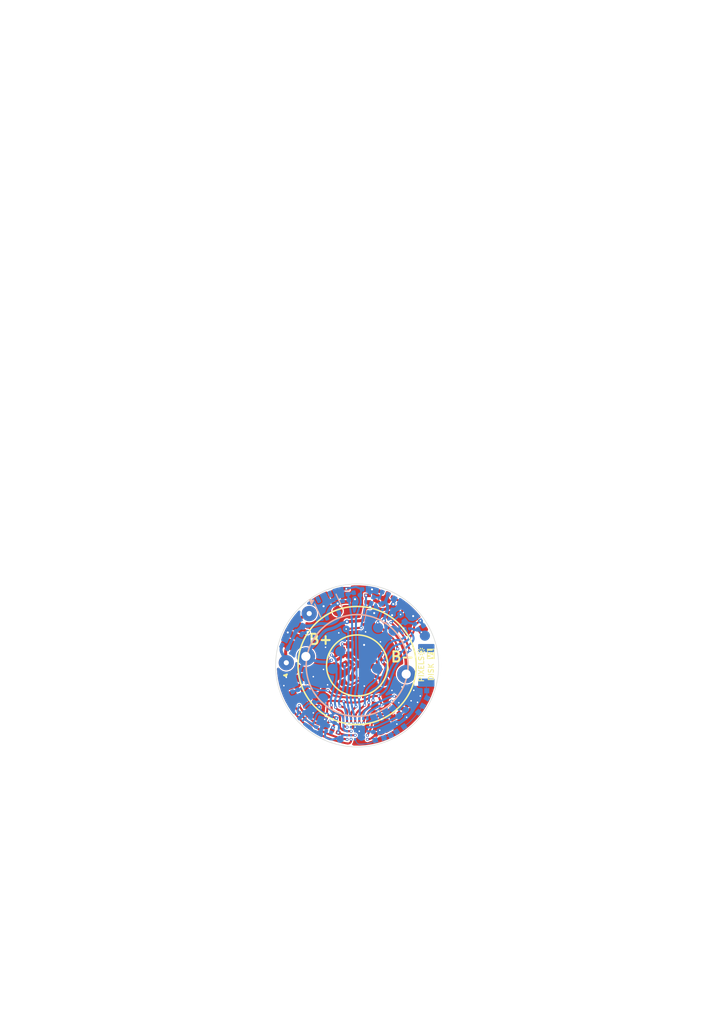
<source format=kicad_pcb>
(kicad_pcb (version 20241229) (generator "pcbnew") (generator_version "9.0")
  (title_block (title "Pixels D20 Layout") (date "2022-08-26") (rev "13") (company "Systemic Games, LLC") (comment 1 "Flexible PCB, 0.13mm thickness"))
  (layers (0 "F.Cu" signal) (2 "B.Cu" signal) (13 "F.Paste" user) (15 "B.Paste" user) (5 "F.SilkS" user "F.Silkscreen") (7 "B.SilkS" user "B.Silkscreen") (1 "F.Mask" user) (3 "B.Mask" user) (25 "Edge.Cuts" user))
  (net 0 "")
  (net 1 "/ANTENNA_MECHANICAL")
  (net 2 "GND")
  (net 3 "VDD")
  (net 4 "VDC")
  (net 5 "Net-(L1-Pad2)")
  (net 6 "+5V")
  (net 7 "VEE")
  (net 8 "/LED_EN")
  (net 9 "+BATT")
  (net 10 "SWDCLK")
  (net 11 "SWDIO")
  (net 12 "/5V_SENSE")
  (net 13 "/STATS")
  (net 14 "/SCL")
  (net 15 "/SDA")
  (net 16 "/ACC_INT")
  (net 17 "/PROG")
  (net 18 "/LED_DATA")
  (net 19 "/ANT_50")
  (net 20 "/ANT_NRF")
  (net 21 "/ANTENNA")
  (net 23 "Net-(U1-XC2)")
  (net 24 "Net-(U1-DEC1)")
  (net 25 "Net-(U1-XC1)")
  (net 26 "Net-(U1-DEC4)")
  (net 27 "Net-(U1-DEC2)")
  (net 28 "Net-(U1-DCC)")
  (net 29 "/LED_RETURN")
  (net 30 "/Wireless Charging/B-")
  (net 31 "/Wireless Charging/COILA")
  (net 32 "/Wireless Charging/COILB")
  (net 33 "/ANT_MID")
  (net 34 "/MAG1_")
  (net 35 "/NTC_PHOTO_SENSE")
  (net 36 "Net-(D2-DOUT)")
  (net 37 "Net-(D3-DOUT)")
  (net 38 "/SENSE_SELECT")
  (net 39 "Net-(U7-BAT)")
  (net 40 "/VBAT_SENSE")
  (net 41 "/SM")
  (net 42 "RESET")
  (net 43 "/OPT_A2D")
  (net 44 "/Wireless Charging/TH1")
  (footprint "Capacitor_SMD:C_0201_0603Metric" (layer "F.Cu") (at 209.274866 75.546273 -45)
    (property "Reference" "C10" (hide yes))
    (property "Value" "0.1uF 10V 20%" (hide yes))
  )
  (footprint "Pixels-dice:Batt 1025 Tabs" (layer "F.Cu") (at 204.39391 70.98393 -10)
    (property "Reference" "J3")
    (property "Value" "Conn_01x02" (hide yes))
  )
  (footprint "Resistor_SMD:R_0201_0603Metric" (layer "F.Cu") (at 202.339299 77.490553 -20)
    (property "Reference" "R11")
    (property "Value" "3.9k 1%" (hide yes))
  )
  (footprint "Pixels-dice:SX16Y032000B81T001" (layer "F.Cu") (at 207.787548 76.697238 -150)
    (property "Reference" "Y1" (hide yes))
    (property "Value" "32MHz 40ppm" (hide yes))
  )
  (footprint "Pixels-dice:C_0402_1005Metric" (layer "F.Cu") (at 206.388538 69.577701 130)
    (property "Reference" "C9" (hide yes))
    (property "Value" "10uF 6.3V 20%" (hide yes))
  )
  (footprint "Diode_SMD:D_0603_1608Metric" (layer "F.Cu") (at 210.45174 66.793649 125)
    (property "Reference" "Q1" (hide yes))
    (property "Value" "ZSPT-Z1608C-06F-Z4" (hide yes))
  )
  (footprint "Pixels-dice:TX1812MWCA5-F01" (layer "F.Cu") (at 204.448737 69.474493 90)
    (property "Reference" "D2")
    (property "Value" "TX1812MJA5" (hide yes))
  )
  (footprint "Pixels-dice:FPB1_1-4" (layer "F.Cu") (at 208.84145 65.13122 60)
    (property "Reference" "U6")
    (property "Value" "ME6230" (hide yes))
  )
  (footprint "Pixels-dice:TEST_PIN" (layer "F.Cu") (at 202.58 65.67)
    (property "Reference" "W15" (hide yes))
    (property "Value" "+5V" (hide yes))
  )
  (footprint "Capacitor_SMD:C_0805_2012Metric" (layer "F.Cu") (at 198.177455 68.008809 -115)
    (property "Reference" "C19" (hide yes))
    (property "Value" "12nF 50V 5% NP0" (hide yes))
  )
  (footprint "Capacitor_SMD:C_0201_0603Metric" (layer "F.Cu") (at 208.834309 75.954865 130)
    (property "Reference" "C2" (hide yes))
    (property "Value" "8pF 10V 10%" (hide yes))
  )
  (footprint "Pixels-dice:TEST_PIN" (layer "F.Cu") (at 201.37 66.09)
    (property "Reference" "W19" (hide yes))
    (property "Value" "GND" (hide yes))
  )
  (footprint "Pixels-dice:TEST_PIN" (layer "F.Cu") (at 200.41 73.04)
    (property "Reference" "W25" (hide yes))
    (property "Value" "VDD" (hide yes))
  )
  (footprint "Pixels-dice:TEST_PIN" (layer "F.Cu") (at 207.88 75.42)
    (property "Reference" "W11" (hide yes))
    (property "Value" "XC1" (hide yes))
  )
  (footprint "Pixels-dice:TEST_PIN" (layer "F.Cu") (at 201.42 76.95)
    (property "Reference" "W9" (hide yes))
    (property "Value" "SDA" (hide yes))
  )
  (footprint "Pixels-dice:TX1812MWCA5-F01" (layer "F.Cu") (at 205.801862 71.804515 -30)
    (property "Reference" "D3")
    (property "Value" "TX1812MJA5" (hide yes))
  )
  (footprint "Pixels-dice:TX1812MWCA5-F01" (layer "F.Cu") (at 203.205302 71.769829 -150)
    (property "Reference" "D4")
    (property "Value" "TX1812MJA5" (hide yes))
  )
  (footprint "Pixels-dice:AW35122" (layer "F.Cu") (at 202.232578 70.22928 180)
    (property "Reference" "U5" (hide yes))
    (property "Value" "AW35122" (hide yes))
  )
  (footprint "Resistor_SMD:R_0201_0603Metric" (layer "F.Cu") (at 201.954435 65.108731 -155)
    (property "Reference" "R4" (hide yes))
    (property "Value" "10k 1%" (hide yes))
  )
  (footprint "Pixels-dice:PROG_1.27" (layer "F.Cu") (at 198.342818 72.433297 20)
    (property "Reference" "J2")
    (property "Value" "Conn_01x04" (hide yes))
  )
  (footprint "Capacitor_SMD:C_0603_1608Metric" (layer "F.Cu") (at 201.564215 64.332462 -155)
    (property "Reference" "C15" (hide yes))
    (property "Value" "22uF 10V 20%" (hide yes))
  )
  (footprint "Package_TO_SOT_SMD:SOT-553" (layer "F.Cu") (at 207.257244 64.521509 -25)
    (property "Reference" "U8")
    (property "Value" "SL1605" (hide yes))
  )
  (footprint "Pixels-dice:TEST_PIN" (layer "F.Cu") (at 207.12 72.55)
    (property "Reference" "W4" (hide yes))
    (property "Value" "VDC" (hide yes))
  )
  (footprint "Capacitor_SMD:C_0201_0603Metric" (layer "F.Cu") (at 203.031821 69.745988 90)
    (property "Reference" "C25")
    (property "Value" "0.1uF 10V 20%" (hide yes))
  )
  (footprint "Pixels-dice:TEST_PIN" (layer "F.Cu") (at 206.25 74.91)
    (property "Reference" "W22" (hide yes))
    (property "Value" "ADC_SELECT" (hide yes))
  )
  (footprint "Pixels-dice:C_0402_1005Metric" (layer "F.Cu") (at 199.850589 75.270589 -45)
    (property "Reference" "C4" (hide yes))
    (property "Value" "4.7uF 10V 20%" (hide yes))
  )
  (footprint "Pixels-dice:DFN-6-1EP_2x2mm_P0.65mm_EP1x1.6mm" (layer "F.Cu") (at 204.48 64.11)
    (property "Reference" "U11" (hide yes))
    (property "Value" "WS4518D" (hide yes))
  )
  (footprint "Capacitor_SMD:C_0201_0603Metric" (layer "F.Cu") (at 206.33 77.46 -90)
    (property "Reference" "C5" (hide yes))
    (property "Value" "8pF 10V 10%" (hide yes))
  )
  (footprint "Capacitor_SMD:C_0201_0603Metric" (layer "F.Cu") (at 209.672128 75.063543 -35)
    (property "Reference" "C3" (hide yes))
    (property "Value" "0.1uF 10V 20%" (hide yes))
  )
  (footprint "Pixels-dice:0402_RF" (layer "B.Cu") (at 210.201127 75.281127 135)
    (property "Reference" "C12" (hide yes))
    (property "Value" "DNP" (hide yes))
  )
  (footprint "Resistor_SMD:R_0201_0603Metric" (layer "B.Cu") (at 205.31 63.509999)
    (property "Reference" "R6" (hide yes))
    (property "Value" "???" (hide yes))
  )
  (footprint "Capacitor_SMD:C_0201_0603Metric" (layer "B.Cu") (at 198.043458 73.281336 110)
    (property "Reference" "C22" (hide yes))
    (property "Value" "10nF 25V 10%" (hide yes))
  )
  (footprint "Pixels-dice:C_1.2x1.8" (layer "B.Cu") (at 206.804085 75.999697 25)
    (property "Reference" "L1" (hide yes))
    (property "Value" "10uH 100mA 20%" (hide yes))
  )
  (footprint "Pixels-dice:TEST_PIN" (layer "B.Cu") (at 211.15 68.07)
    (property "Reference" "W3" (hide yes))
    (property "Value" "PHOTO" (hide yes))
  )
  (footprint "Resistor_SMD:R_0201_0603Metric" (layer "B.Cu") (at 210.735834 67.27688 -150)
    (property "Reference" "R5" (hide yes))
    (property "Value" "10k 1%" (hide yes))
  )
  (footprint "Pixels-dice:SOT-363_SC-70-6" (layer "B.Cu") (at 198.082985 68.498036 -115)
    (property "Reference" "D1" (hide yes))
    (property "Value" "BAV99S" (hide yes))
  )
  (footprint "Resistor_SMD:R_0201_0603Metric" (layer "B.Cu") (at 203.377593 64.621833 10)
    (property "Reference" "R1" (hide yes))
    (property "Value" "3.9M 1%" (hide yes))
  )
  (footprint "Resistor_SMD:R_0201_0603Metric" (layer "B.Cu") (at 200.526275 74.836274 135)
    (property "Reference" "R10")
    (property "Value" "3.9k 1%" (hide yes))
  )
  (footprint "Pixels-dice:TEST_PIN" (layer "B.Cu") (at 201.14 74.23)
    (property "Reference" "W8" (hide yes))
    (property "Value" "SCL" (hide yes))
  )
  (footprint "Pixels-dice:TEST_PIN" (layer "B.Cu") (at 202.85 69.62)
    (property "Reference" "W1" (hide yes))
    (property "Value" "LED_DATA1" (hide yes))
  )
  (footprint "Resistor_SMD:R_0201_0603Metric" (layer "B.Cu") (at 205.998788 64.594313 70)
    (property "Reference" "R12")
    (property "Value" "510R 1%" (hide yes))
  )
  (footprint "Pixels-dice:TestPoint_THTPad_D1.5mm_Drill0.7mm_nosilk" (layer "B.Cu") (at 199.8 65.9 -15)
    (property "Reference" "P5")
    (property "Value" "COILA" (hide yes))
  )
  (footprint "Pixels-dice:WLCSP" (layer "B.Cu") (at 204.51 77.26 90)
    (property "Reference" "U1" (hide yes))
    (property "Value" "NRF52810-CAAA-R" (hide yes))
  )
  (footprint "Pixels-dice:TestPoint_THTPad_D1.5mm_Drill0.7mm_nosilk" (layer "B.Cu") (at 197.55 70.73 -15)
    (property "Reference" "P6")
    (property "Value" "COILB" (hide yes))
  )
  (footprint "Capacitor_SMD:C_0201_0603Metric" (layer "B.Cu") (at 204.225569 64.175139 -80)
    (property "Reference" "C21" (hide yes))
    (property "Value" "10nF 25V 10%" (hide yes))
  )
  (footprint "Pixels-dice:R_0402_1005Metric" (layer "B.Cu") (at 209.619153 66.420171 35)
    (property "Reference" "TH1" (hide yes))
    (property "Value" "NTC 100k @ 25C" (hide yes))
  )
  (footprint "Pixels-dice:0402_RF" (layer "B.Cu") (at 208.730427 77.257626 35)
    (property "Reference" "L5" (hide yes))
    (property "Value" "3.3nH 5%" (hide yes))
  )
  (footprint "Pixels-dice:TEST_PIN" (layer "B.Cu") (at 204.79 64.09)
    (property "Reference" "W2" (hide yes))
    (property "Value" "PROG" (hide yes))
  )
  (footprint "Inductor_SMD:L_0402_1005Metric" (layer "B.Cu") (at 208.3025 75.588637 -50)
    (property "Reference" "L2" (hide yes))
    (property "Value" "15nH 100mA 5%" (hide yes))
  )
  (footprint "Package_DFN_QFN:UDFN-4-1EP_1x1mm_P0.65mm_EP0.48x0.48mm" (layer "B.Cu") (at 206.845822 64.953895 -110)
    (property "Reference" "U7")
    (property "Value" "DS6101" (hide yes))
  )
  (footprint "Package_TO_SOT_SMD:SOT-353_SC-70-5" (layer "B.Cu") (at 201.680453 65.122494 -65)
    (property "Reference" "U3" (hide yes))
    (property "Value" "TPS715" (hide yes))
  )
  (footprint "Pixels-dice:TEST_PIN" (layer "B.Cu") (at 202.1 71.34)
    (property "Reference" "W21" (hide yes))
    (property "Value" "LED2" (hide yes))
  )
  (footprint "Resistor_SMD:R_0201_0603Metric" (layer "B.Cu") (at 198.560289 73.093224 110)
    (property "Reference" "R8" (hide yes))
    (property "Value" "10M 1%" (hide yes))
  )
  (footprint "Resistor_SMD:R_0201_0603Metric" (layer "B.Cu") (at 210.43063 66.771559 -150)
    (property "Reference" "R9" (hide yes))
    (property "Value" "100k 1%" (hide yes))
  )
  (footprint "Package_LGA:LGA-12_2x2mm_P0.5mm" (layer "B.Cu") (at 201.489484 76.62 160)
    (property "Reference" "U2" (hide yes))
    (property "Value" "KXTJ3-1057" (hide yes))
  )
  (footprint "Pixels-dice:TEST_PIN" (layer "B.Cu") (at 203.43 67.42)
    (property "Reference" "W17" (hide yes))
    (property "Value" "STAT" (hide yes))
  )
  (footprint "Pixels-dice:C_0402_1005Metric" (layer "B.Cu") (at 208.541274 64.717856 -30)
    (property "Reference" "C16" (hide yes))
    (property "Value" "10uF 6.3V 20%" (hide yes))
  )
  (footprint "Pixels-dice:0402_RF" (layer "B.Cu") (at 210.889999 73.479999 180)
    (property "Reference" "C11" (hide yes))
    (property "Value" "DNP" (hide yes))
  )
  (footprint "Capacitor_SMD:C_0201_0603Metric" (layer "B.Cu") (at 206.409096 77.447177 15)
    (property "Reference" "C7" (hide yes))
    (property "Value" "100pF NP0 10V 2%" (hide yes))
  )
  (footprint "Pixels-dice:UFDFPN5" (layer "B.Cu") (at 199.38 75.64 45)
    (property "Reference" "U4")
    (property "Value" "M24C02-FMH6TG" (hide yes))
  )
  (footprint "Pixels-dice:TEST_PIN" (layer "B.Cu") (at 206.56 67.29)
    (property "Reference" "W5" (hide yes))
    (property "Value" "SM" (hide yes))
  )
  (footprint "Pixels-dice:0402_RF" (layer "B.Cu") (at 211.15 74.588949 62)
    (property "Reference" "L3" (hide yes))
    (property "Value" "0 Ohm" (hide yes))
  )
  (footprint "Pixels-dice:TEST_PIN" (layer "B.Cu") (at 208.08 67.58)
    (property "Reference" "W20" (hide yes))
    (property "Value" "TH1" (hide yes))
  )
  (footprint "Pixels-dice:0402_RF" (layer "B.Cu") (at 206.704993 78.22388 15)
    (property "Reference" "L4" (hide yes))
    (property "Value" "2.2nH 5%" (hide yes))
  )
  (footprint "Resistor_SMD:R_0201_0603Metric" (layer "B.Cu") (at 203.267279 64.053798 10)
    (property "Reference" "R2" (hide yes))
    (property "Value" "3.9M 1%" (hide yes))
  )
  (footprint "Pixels-dice:C_0402_1005Metric" (layer "B.Cu") (at 209.182625 65.758377 30)
    (property "Reference" "C18" (hide yes))
    (property "Value" "4.7uF 10V 20%" (hide yes))
  )
  (footprint "Pixels-dice:DFN1109-6" (layer "B.Cu") (at 209.38859 67.823494 30)
    (property "Reference" "U10" (hide yes))
    (property "Value" "WAS3157D-6/TR" (hide yes))
  )
  (footprint "Resistor_SMD:R_0201_0603Metric" (layer "B.Cu") (at 199.099446 72.910702 -70)
    (property "Reference" "R7" (hide yes))
    (property "Value" "3.9M 1%" (hide yes))
  )
  (footprint "Pixels-dice:TEST_PIN" (layer "B.Cu") (at 206.45 71.3)
    (property "Reference" "W23" (hide yes))
    (property "Value" "ADC_OUT" (hide yes))
  )
  (footprint "Capacitor_SMD:C_0201_0603Metric" (layer "B.Cu") (at 207.257199 63.887162 -20)
    (property "Reference" "C23")
    (property "Value" "0.1uF 10V 20%" (hide yes))
  )
  (footprint "Pixels-dice:C_0402_1005Metric" (layer "B.Cu") (at 208.930589 75.020589 135)
    (property "Reference" "C1" (hide yes))
    (property "Value" "4.7uF 10V 20%" (hide yes))
  )
  (footprint "Pixels-dice:TEST_PIN" (layer "B.Cu") (at 202.84 78.25)
    (property "Reference" "W7" (hide yes))
    (property "Value" "ACC_INT" (hide yes))
  )
  (footprint "Capacitor_SMD:C_0402_1005Metric" (layer "B.Cu") (at 198.718036 66.948769 155)
    (property "Reference" "C13" (hide yes))
    (property "Value" "4.7uF 25V 20%" (hide yes))
  )
  (footprint "Pixels-dice:CHIP_ANT" (layer "B.Cu") (at 211.29 72.690001 180)
    (property "Reference" "AE1" (hide yes))
    (property "Value" "Antenna_Chip" (hide yes))
  )
  (footprint "Pixels-dice:0402_RF" (layer "B.Cu") (at 207.604048 77.461224 115)
    (property "Reference" "C8" (hide yes))
    (property "Value" "1.2pF 10V 5% C0G" (hide yes))
  )
  (gr_line (start 210.877252 69.399365) (end 210.908156 69.30426) (stroke (width 0.1) (type dash)) (layer "F.SilkS"))
  (gr_line (start 210.597746 69.784075) (end 210.516844 69.842855) (stroke (width 0.1) (type dash)) (layer "F.SilkS"))
  (gr_line (start 211.05 69.63713) (end 211.15 69.63713) (stroke (width 0.1) (type dash)) (layer "F.SilkS"))
  (gr_circle (center 204.5 71) (end 210.3 71) (stroke (width 0.15)) (fill no) (layer "F.SilkS"))
  (gr_line (start 197.53 72.08) (end 197.31 71.97) (stroke (width 0.15)) (layer "F.SilkS"))
  (gr_line (start 210.55 69.637129) (end 210.45 69.63713) (stroke (width 0.1) (type dash)) (layer "F.SilkS"))
  (gr_line (start 211.002254 69.490184) (end 211.083156 69.431405) (stroke (width 0.1) (type dash)) (layer "F.SilkS"))
  (gr_line (start 211.002254 69.784078) (end 211.083156 69.842855) (stroke (width 0.1) (type dash)) (layer "F.SilkS"))
  (gr_line (start 210.877254 69.874894) (end 210.908156 69.97) (stroke (width 0.1) (type dash)) (layer "F.SilkS"))
  (gr_line (start 210.597745 69.490183) (end 210.516844 69.431405) (stroke (width 0.1) (type dash)) (layer "F.SilkS"))
  (gr_circle (center 210.8 69.63713) (end 210.88 69.63713) (stroke (width 0.1)) (fill yes) (layer "F.SilkS"))
  (gr_circle (center 204.5 71) (end 207.5 71) (stroke (width 0.15)) (fill no) (layer "F.SilkS"))
  (gr_line (start 210.722744 69.874894) (end 210.691844 69.97) (stroke (width 0.1) (type dash)) (layer "F.SilkS"))
  (gr_line (start 210.722746 69.399366) (end 210.691844 69.30426) (stroke (width 0.1) (type dash)) (layer "F.SilkS"))
  (gr_line (start 197.62 71.86) (end 197.53 72.08) (stroke (width 0.15)) (layer "F.SilkS"))
  (gr_line (start 197.31 71.97) (end 197.62 71.86) (stroke (width 0.15)) (layer "F.SilkS"))
  (gr_circle (center 204.5 71) (end 209.5 71.01) (stroke (width 0.15)) (fill no) (layer "B.SilkS"))
  (gr_circle (center 204.5 71) (end 212.5 71) (stroke (width 0.05)) (fill no) (layer "Edge.Cuts"))
  (gr_text "B-" (at 207.7 70.74 0) (layer "F.SilkS") (effects (font (size 1 1) (thickness 0.2) (bold yes)) (justify left bottom)))
  (gr_text "PIXELS" (at 211.1 72.68713 90) (layer "F.SilkS") (effects (font (size 0.5 0.5) (thickness 0.1) (bold yes)) (justify left bottom)))
  (gr_text "B+" (at 199.66 69.02 0) (layer "F.SilkS") (effects (font (size 1 1) (thickness 0.2) (bold yes)) (justify left bottom)))
  (gr_text "V1" (at 212.05 70.37 90) (layer "F.SilkS" knockout) (effects (font (size 0.5 0.5) (thickness 0.125) (bold yes)) (justify left bottom)))
  (gr_text "DISK" (at 212.05 72.57 90) (layer "F.SilkS") (effects (font (size 0.5 0.5) (thickness 0.1) (bold yes)) (justify left bottom)))
  (segment (start 200.651384 75.780648) (end 200.19 75.61) (width 0.3) (layer "F.Cu") (net 2))
  (segment (start 206.555257 65.960996) (end 206.174463 65.853775) (width 0.3) (layer "F.Cu") (net 2))
  (segment (start 201.207006 65.17792) (end 200.861824 64.659992) (width 0.3) (layer "F.Cu") (net 2))
  (segment (start 201.12 76.085) (end 201.32 76.29) (width 0.3) (layer "F.Cu") (net 2))
  (segment (start 205.183612 68.980625) (end 205.173736 68.974503) (width 0.3) (layer "F.Cu") (net 2))
  (segment (start 208.146236 66.375074) (end 207.929257 66.061627) (width 0.3) (layer "F.Cu") (net 2))
  (segment (start 206.57 75.49) (end 207.025 75.3) (width 0.3) (layer "F.Cu") (net 2))
  (segment (start 206.92 76.26) (end 207.047267 76.447735) (width 0.3) (layer "F.Cu") (net 2))
  (segment (start 201.004461 73.900539) (end 201.002407 73.897593) (width 0.3) (layer "F.Cu") (net 2))
  (segment (start 209.8 74.47) (end 209.93 74.64) (width 0.3) (layer "F.Cu") (net 2))
  (segment (start 201.007163 73.907017) (end 201.199959 74.956474) (width 0.3) (layer "F.Cu") (net 2))
  (segment (start 206.57 75.49) (end 206.275 75.63) (width 0.3) (layer "F.Cu") (net 2))
  (segment (start 210.000048 66.148565) (end 209.626779 65.270668) (width 0.3) (layer "F.Cu") (net 2))
  (segment (start 210.000832 75.015667) (end 209.967544 75.131376) (width 0.3) (layer "F.Cu") (net 2))
  (segment (start 207.331645 66.065592) (end 207.929257 66.061627) (width 0.3) (layer "F.Cu") (net 2))
  (segment (start 202.620345 69.570265) (end 202.696662 69.511291) (width 0.3) (layer "F.Cu") (net 2))
  (segment (start 197.31 72.98) (end 197.539083 72.806908) (width 0.3) (layer "F.Cu") (net 2))
  (segment (start 202.489446 69.822693) (end 202.48257 69.979281) (width 0.3) (layer "F.Cu") (net 2))
  (segment (start 204.71 77.46) (end 205.35349 77.021888) (width 0.3) (layer "F.Cu") (net 2))
  (segment (start 207.92 73.45) (end 207.595 73.75) (width 0.3) (layer "F.Cu") (net 2))
  (segment (start 207.384176 74.626323) (end 207.355953 74.483862) (width 0.3) (layer "F.Cu") (net 2))
  (segment (start 206.718192 77.364354) (end 206.33 77.14) (width 0.3) (layer "F.Cu") (net 2))
  (segment (start 201.207006 65.17792) (end 201.664416 65.24397) (width 0.3) (layer "F.Cu") (net 2))
  (segment (start 209.626779 65.270668) (end 209.285408 65.01226) (width 0.3) (layer "F.Cu") (net 2))
  (segment (start 205.183612 68.980625) (end 206.08 69.21) (width 0.3) (layer "F.Cu") (net 2))
  (segment (start 201.028168 75.614812) (end 201.167204 75.273955) (width 0.3) (layer "F.Cu") (net 2))
  (segment (start 202.409788 71.391961) (end 202.415923 71.386846) (width 0.3) (layer "F.Cu") (net 2))
  (segment (start 206.709096 77.142177) (end 206.718192 77.364354) (width 0.3) (layer "F.Cu") (net 2))
  (segment (start 209.07 67.36) (end 208.639593 66.951093) (width 0.3) (layer "F.Cu") (net 2))
  (segment (start 209.857674 75.339995) (end 209.50114 75.772546) (width 0.3) (layer "F.Cu") (net 2))
  (segment (start 209.04 76.2) (end 208.400561 76.759006) (width 0.3) (layer "F.Cu") (net 2))
  (segment (start 209.04 76.2) (end 209.50114 75.772546) (width 0.3) (layer "F.Cu") (net 2))
  (segment (start 204.67 63.76) (end 204.3 64.39) (width 0.3) (layer "F.Cu") (net 2))
  (segment (start 205.553751 76.653516) (end 205.539702 76.733543) (width 0.3) (layer "F.Cu") (net 2))
  (segment (start 205.809365 76.048404) (end 205.739808 76.161891) (width 0.3) (layer "F.Cu") (net 2))
  (segment (start 202.911788 69.431901) (end 203.03182 69.425995) (width 0.3) (layer "F.Cu") (net 2))
  (segment (start 210.000048 66.148565) (end 208.725245 66.569094) (width 0.3) (layer "F.Cu") (net 2))
  (segment (start 206.890708 76.805651) (end 206.980014 76.752103) (width 0.3) (layer "F.Cu") (net 2))
  (segment (start 197.55 72.17) (end 197.648056 72.41024) (width 0.3) (layer "F.Cu") (net 2))
  (via (at 201.207006 65.17792) (size 0.45) (drill 0.2) (layers "F.Cu" "B.Cu") (net 2))
  (via (at 208.400561 76.759006) (size 0.3) (drill 0.15) (layers "F.Cu" "B.Cu") (net 2))
  (via (at 206.79 68.68) (size 0.3) (drill 0.15) (layers "F.Cu" "B.Cu") (net 2))
  (via (at 200.04 68.39) (size 0.45) (drill 0.2) (layers "F.Cu" "B.Cu") (net 2))
  (via (at 197.55 72.17) (size 0.3) (drill 0.15) (layers "F.Cu" "B.Cu") (net 2))
  (via (at 204.71 77.46) (size 0.3) (drill 0.15) (layers "F.Cu" "B.Cu") (net 2))
  (via (at 210.7 74) (size 0.3) (drill 0.15) (layers "F.Cu" "B.Cu") (net 2))
  (via (at 205.183612 68.980625) (size 0.45) (drill 0.2) (layers "F.Cu" "B.Cu") (net 2))
  (via (at 206.174463 65.853775) (size 0.45) (drill 0.2) (layers "F.Cu" "B.Cu") (net 2))
  (via (at 200.2 72.1) (size 0.3) (drill 0.15) (layers "F.Cu" "B.Cu") (net 2))
  (via (at 207.92 73.45) (size 0.3) (drill 0.15) (layers "F.Cu" "B.Cu") (net 2))
  (via (at 206.92 76.26) (size 0.3) (drill 0.15) (layers "F.Cu" "B.Cu") (net 2))
  (via (at 205.33 67.7) (size 0.3) (drill 0.15) (layers "F.Cu" "B.Cu") (net 2))
  (via (at 208.9 73.1) (size 0.3) (drill 0.15) (layers "F.Cu" "B.Cu") (net 2))
  (via (at 209.07 67.36) (size 0.3) (drill 0.15) (layers "F.Cu" "B.Cu") (net 2))
  (via (at 210.43 74.62) (size 0.3) (drill 0.15) (layers "F.Cu" "B.Cu") (net 2))
  (via (at 206.57 75.49) (size 0.3) (drill 0.15) (layers "F.Cu" "B.Cu") (net 2))
  (via (at 200.2 75.66) (size 0.3) (drill 0.15) (layers "F.Cu" "B.Cu") (net 2))
  (via (at 202.7 67.8) (size 0.3) (drill 0.15) (layers "F.Cu" "B.Cu") (net 2))
  (via (at 210.06 73.44) (size 0.3) (drill 0.15) (layers "F.Cu" "B.Cu") (net 2))
  (via (at 204.31 77.06) (size 0.3) (drill 0.15) (layers "F.Cu" "B.Cu") (net 2))
  (via (at 205.960558 63.523553) (size 0.45) (drill 0.2) (layers "F.Cu" "B.Cu") (net 2))
  (via (at 201.4 69.214139) (size 0.3) (drill 0.15) (layers "F.Cu" "B.Cu") (net 2))
  (via (at 206.718192 77.364354) (size 0.3) (drill 0.15) (layers "F.Cu" "B.Cu") (net 2))
  (via (at 201.6 72.9) (size 0.3) (drill 0.15) (layers "F.Cu" "B.Cu") (net 2))
  (via (at 204.29 64.49) (size 0.45) (drill 0.2) (layers "F.Cu" "B.Cu") (net 2))
  (via (at 197.691548 67.757564) (size 0.45) (drill 0.2) (layers "F.Cu" "B.Cu") (net 2))
  (via (at 207.929257 66.061627) (size 0.45) (drill 0.2) (layers "F.Cu" "B.Cu") (net 2))
  (via (at 208.59 74.66) (size 0.3) (drill 0.15) (layers "F.Cu" "B.Cu") (net 2))
  (via (at 201.2 71.390016) (size 0.3) (drill 0.15) (layers "F.Cu" "B.Cu") (net 2))
  (via (at 210.000048 66.148565) (size 0.45) (drill 0.2) (layers "F.Cu" "B.Cu") (net 2))
  (via (at 209.8 74.47) (size 0.3) (drill 0.15) (layers "F.Cu" "B.Cu") (net 2))
  (via (at 209.36 76.09) (size 0.3) (drill 0.15) (layers "F.Cu" "B.Cu") (net 2))
  (via (at 201.32 76.29) (size 0.3) (drill 0.15) (layers "F.Cu" "B.Cu") (net 2))
  (via (at 205.2 73.02) (size 0.3) (drill 0.15) (layers "F.Cu" "B.Cu") (net 2))
  (via (at 197.31 72.98) (size 0.3) (drill 0.15) (layers "F.Cu" "B.Cu") (net 2))
  (arc (start 201.199959 74.956474) (mid 201.206315 75.11756) (end 201.167204 75.273955) (width 0.3) (layer "F.Cu") (net 2))
  (arc (start 208.146236 66.375074) (mid 208.403486 66.568339) (end 208.725245 66.569094) (width 0.3) (layer "F.Cu") (net 2))
  (arc (start 202.620345 69.570265) (mid 202.527035 69.682031) (end 202.489446 69.822693) (width 0.3) (layer "F.Cu") (net 2))
  (arc (start 202.696662 69.511291) (mid 202.798137 69.455099) (end 202.911788 69.431901) (width 0.3) (layer "F.Cu") (net 2))
  (arc (start 207.384176 74.626323) (mid 207.324765 75.027235) (end 207.025 75.3) (width 0.3) (layer "F.Cu") (net 2))
  (arc (start 208.146236 66.375074) (mid 208.378104 66.675768) (end 208.639593 66.951093) (width 0.3) (layer "F.Cu") (net 2))
  (arc (start 197.648056 72.41024) (mid 197.661019 72.627104) (end 197.539083 72.806908) (width 0.3) (layer "F.Cu") (net 2))
  (arc (start 201.007163 73.907017) (mid 201.006159 73.903633) (end 201.004461 73.900539) (width 0.3) (layer "F.Cu") (net 2))
  (arc (start 209.857674 75.339995) (mid 209.923318 75.241325) (end 209.967544 75.131376) (width 0.3) (layer "F.Cu") (net 2))
  (arc (start 205.35349 77.021888) (mid 205.475794 76.896571) (end 205.539702 76.733543) (width 0.3) (layer "F.Cu") (net 2))
  (arc (start 205.809365 76.048404) (mid 206.011749 75.805333) (end 206.275 75.63) (width 0.3) (layer "F.Cu") (net 2))
  (arc (start 201.12 76.085) (mid 201.003906 75.863612) (end 201.028168 75.614812) (width 0.3) (layer "F.Cu") (net 2))
  (arc (start 207.355953 74.483862) (mid 207.379733 74.085743) (end 207.595 73.75) (width 0.3) (layer "F.Cu") (net 2))
  (arc (start 210.000832 75.015667) (mid 210.010038 74.819419) (end 209.93 74.64) (width 0.3) (layer "F.Cu") (net 2))
  (arc (start 206.890708 76.805651) (mid 206.753714 76.948988) (end 206.709096 77.142177) (width 0.3) (layer "F.Cu") (net 2))
  (arc (start 207.047267 76.447735) (mid 207.079171 76.614398) (end 206.980014 76.752103) (width 0.3) (layer "F.Cu") (net 2))
  (arc (start 201.12 76.085) (mid 200.902633 75.906739) (end 200.651384 75.780648) (width 0.3) (layer "F.Cu") (net 2))
  (arc (start 205.553751 76.653516) (mid 205.623597 76.39893) (end 205.739808 76.161891) (width 0.3) (layer "F.Cu") (net 2))
  (arc (start 206.555257 65.960996) (mid 206.939769 66.040619) (end 207.331645 66.065592) (width 0.3) (layer "F.Cu") (net 2))
  (arc (start 201.028168 75.614812) (mid 200.873322 75.773948) (end 200.651384 75.780648) (width 0.3) (layer "F.Cu") (net 2))
  (arc (start 208.639593 66.951093) (mid 208.574125 66.735811) (end 208.725245 66.569094) (width 0.3) (layer "F.Cu") (net 2))
  (segment (start 201.435209 64.852012) (end 201.207006 65.17792) (width 0.3) (layer "B.Cu") (net 2))
  (segment (start 209.59 74.5) (end 209.8 74.47) (width 0.3) (layer "B.Cu") (net 2))
  (segment (start 200.04 68.39) (end 199.785 68.53) (width 0.3) (layer "B.Cu") (net 2))
  (segment (start 210.06 73.44) (end 210.45 73.44) (width 0.3) (layer "B.Cu") (net 2))
  (segment (start 201.454003 64.635704) (end 201.278965 64.261502) (width 0.3) (layer "B.Cu") (net 2))
  (segment (start 199.074596 68.753752) (end 199.243894 68.722616) (width 0.3) (layer "B.Cu") (net 2))
  (segment (start 207.183152 77.163791) (end 206.718192 77.364354) (width 0.3) (layer "B.Cu") (net 2))
  (segment (start 209.8 74.47) (end 209.884346 74.89588) (width 0.3) (layer "B.Cu") (net 2))
  (segment (start 209.231794 67.543493) (end 209.263589 67.606986) (width 0.2) (layer "B.Cu") (net 2))
  (segment (start 202.644462 64.260085) (end 202.880952 64.132806) (width 0.2) (layer "B.Cu") (net 2))
  (segment (start 210.000048 66.148565) (end 209.799182 65.833471) (width 0.3) (layer "B.Cu") (net 2))
  (segment (start 204.31 77.06) (end 204.51 77.06) (width 0.3) (layer "B.Cu") (net 2))
  (segment (start 202.163434 64.498398) (end 201.864044 64.634339) (width 0.2) (layer "B.Cu") (net 2))
  (segment (start 197.691548 67.757564) (end 197.785191 67.549099) (width 0.3) (layer "B.Cu") (net 2))
  (segment (start 204.31 77.06) (end 204.31 77.26) (width 0.3) (layer "B.Cu") (net 2))
  (segment (start 198.475865 69.209207) (end 198.291731 69.588415) (width 0.3) (layer "B.Cu") (net 2))
  (segment (start 206.174463 65.853775) (end 206.355731 65.350174) (width 0.3) (layer "B.Cu") (net 2))
  (segment (start 204.91 77.06) (end 204.51 77.06) (width 0.3) (layer "B.Cu") (net 2))
  (segment (start 199.608339 75.41166) (end 199.38 75.64) (width 0.2) (layer "B.Cu") (net 2))
  (segment (start 209.147822 67.431836) (end 209.07 67.36) (width 0.2) (layer "B.Cu") (net 2))
  (segment (start 209.262379 65.224778) (end 209.316955 65.272476) (width 0.3) (layer "B.Cu") (net 2))
  (segment (start 206.57 75.49) (end 206.92 76.26) (width 0.3) (layer "B.Cu") (net 2))
  (segment (start 201.32 76.29) (end 201.2326 76.536774) (width 0.3) (layer "B.Cu") (net 2))
  (segment (start 201.32 76.29) (end 201.089237 76.207143) (width 0.3) (layer "B.Cu") (net 2))
  (segment (start 204.71 77.46) (end 204.81 77.86) (width 0.3) (layer "B.Cu") (net 2))
  (segment (start 204.71 77.46) (end 204.51 77.46) (width 0.3) (layer "B.Cu") (net 2))
  (segment (start 204.71 77.46) (end 204.71 77.26) (width 0.3) (layer "B.Cu") (net 2))
  (segment (start 199.883198 75.419644) (end 199.948318 75.492805) (width 0.2) (layer "B.Cu") (net 2))
  (segment (start 208.112311 65.744465) (end 207.929257 66.061627) (width 0.3) (layer "B.Cu") (net 2))
  (segment (start 208.594016 65.21539) (end 208.626166 65.192579) (width 0.3) (layer "B.Cu") (net 2))
  (segment (start 208.400561 76.759006) (end 208.150465 76.903441) (width 0.3) (layer "B.Cu") (net 2))
  (segment (start 201.073569 77.00532) (end 200.993771 77.25101) (width 0.3) (layer "B.Cu") (net 2))
  (segment (start 204.71 77.46) (end 204.91 77.46) (width 0.3) (layer "B.Cu") (net 2))
  (segment (start 205.009999 77.859999) (end 205.061492 77.654028) (width 0.3) (layer "B.Cu") (net 2))
  (segment (start 198.007287 67.15162) (end 198.283008 66.745911) (width 0.3) (layer "B.Cu") (net 2))
  (segment (start 204.281138 64.490278) (end 204.29 64.49) (width 0.3) (layer "B.Cu") (net 2))
  (segment (start 200.772087 76.361633) (end 200.774614 76.354687) (width 0.3) (layer "B.Cu") (net 2))
  (segment (start 209.170683 74.564444) (end 208.59 74.66) (width 0.3) (layer "B.Cu") (net 2))
  (segment (start 200.108198 75.614645) (end 200.2 75.66) (width 0.3) (layer "B.Cu") (net 2))
  (arc (start 207.183152 77.163791) (mid 207.423248 77.084065) (end 207.673494 77.046926) (width 0.3) (layer "B.Cu") (net 2))
  (arc (start 199.785 68.53) (mid 199.522173 68.648013) (end 199.243894 68.722616) (width 0.3) (layer "B.Cu") (net 2))
  (arc (start 200.108198 75.614645) (mid 200.022382 75.561435) (end 199.948318 75.492805) (width 0.2) (layer "B.Cu") (net 2))
  (arc (start 208.112311 65.744465) (mid 208.324601 65.453922) (end 208.594016 65.21539) (width 0.3) (layer "B.Cu") (net 2))
  (arc (start 204.81 77.86) (mid 204.909999 77.938077) (end 205.009999 77.859999) (width 0.3) (layer "B.Cu") (net 2))
  (arc (start 201.435209 64.852012) (mid 201.47362 64.746378) (end 201.454003 64.635704) (width 0.3) (layer "B.Cu") (net 2))
  (arc (start 201.073569 77.00532) (mid 201.151542 76.770523) (end 201.2326 76.536774) (width 0.3) (layer "B.Cu") (net 2))
  (arc (start 200.772087 76.361633) (mid 200.779714 76.551914) (end 200.918732 76.682066) (width 0.3) (layer "B.Cu") (net 2))
  (arc (start 201.2326 76.536774) (mid 201.106246 76.675482) (end 200.918732 76.682066) (width 0.3) (layer "B.Cu") (net 2))
  (arc (start 209.170683 74.564444) (mid 209.38017 74.531111) (end 209.59 74.5) (width 0.3) (layer "B.Cu") (net 2))
  (arc (start 199.608339 75.41166) (mid 199.74749 75.356374) (end 199.883198 75.419644) (width 0.2) (layer "B.Cu") (net 2))
  (arc (start 201.073569 77.00532) (mid 201.060776 76.812737) (end 200.918732 76.682066) (width 0.3) (layer "B.Cu") (net 2))
  (arc (start 205.061492 77.654028) (mid 205.033082 77.520055) (end 204.91 77.46) (width 0.3) (layer "B.Cu") (net 2))
  (arc (start 204.91 77.06) (mid 204.768578 77.118578) (end 204.71 77.26) (width 0.3) (layer "B.Cu") (net 2))
  (arc (start 205.11 77.26) (mid 205.051421 77.401421) (end 204.91 77.46) (width 0.3) (layer "B.Cu") (net 2))
  (arc (start 199.074596 68.753752) (mid 198.720895 68.910051) (end 198.475865 69.209207) (width 0.3) (layer "B.Cu") (net 2))
  (arc (start 201.628499 64.717737) (mid 201.519887 64.767648) (end 201.435209 64.852012) (width 0.2) (layer "B.Cu") (net 2))
  (arc (start 209.262379 65.224778) (mid 208.949856 65.098352) (end 208.626166 65.192579) (width 0.3) (layer "B.Cu") (net 2))
  (arc (start 209.316955 65.272476) (mid 209.578089 65.535763) (end 209.799182 65.833471) (width 0.3) (layer "B.Cu") (net 2))
  (arc (start 197.785191 67.549099) (mid 197.887553 67.345506) (end 198.007287 67.15162) (width 0.3) (layer "B.Cu") (net 2))
  (arc (start 209.147822 67.431836) (mid 209.194862 67.483863) (end 209.231794 67.543493) (width 0.2) (layer "B.Cu") (net 2))
  (arc (start 202.644462 64.260085) (mid 202.405959 64.383302) (end 202.163434 64.498398) (width 0.2) (layer "B.Cu") (net 2))
  (arc (start 205.11 77.26) (mid 205.097827 77.458501) (end 205.061492 77.654028) (width 0.3) (layer "B.Cu") (net 2))
  (arc (start 204.51 77.46) (mid 204.368578 77.401421) (end 204.31 77.26) (width 0.3) (layer "B.Cu") (net 2))
  (arc (start 204.91 77.06) (mid 205.051421 77.118578) (end 205.11 77.26) (width 0.3) (layer "B.Cu") (net 2))
  (arc (start 201.628499 64.717737) (mid 201.526422 64.708263) (end 201.454003 64.635704) (width 0.3) (layer "B.Cu") (net 2))
  (arc (start 201.089237 76.207143) (mid 200.901462 76.215955) (end 200.774614 76.354687) (width 0.3) (layer "B.Cu") (net 2))
  (arc (start 201.628499 64.717737) (mid 201.748064 64.681101) (end 201.864044 64.634339) (width 0.2) (layer "B.Cu") (net 2))
  (arc (start 204.51 77.06) (mid 204.651421 77.118578) (end 204.71 77.26) (width 0.3) (layer "B.Cu") (net 2))
  (arc (start 208.150465 76.903441) (mid 207.920321 77.002913) (end 207.673494 77.046926) (width 0.3) (layer "B.Cu") (net 2))
  (segment (start 200.017487 73.218717) (end 199.95 73.05) (width 0.2) (layer "F.Cu") (net 3))
  (segment (start 208.766933 65.998377) (end 208.960409 65.575177) (width 0.2) (layer "F.Cu") (net 3))
  (segment (start 199.618383 74.783383) (end 199.725589 74.635589) (width 0.2) (layer "F.Cu") (net 3))
  (segment (start 206.275 74) (end 206.61 74) (width 0.2) (layer "F.Cu") (net 3))
  (segment (start 201.831835 74.462532) (end 203.17 74.52) (width 0.2) (layer "F.Cu") (net 3))
  (segment (start 200.011614 73.981926) (end 200.015807 73.960963) (width 0.2) (layer "F.Cu") (net 3))
  (segment (start 205.45 74.31) (end 205.656898 74.179104) (width 0.2) (layer "F.Cu") (net 3))
  (segment (start 199.693498 74.921412) (end 200.012941 74.904303) (width 0.2) (layer "F.Cu") (net 3))
  (segment (start 202.120494 77.115713) (end 202.462514 76.17602) (width 0.2) (layer "F.Cu") (net 3))
  (segment (start 200.78 75.08) (end 200.53 74.985) (width 0.2) (layer "F.Cu") (net 3))
  (segment (start 206.91 74.87) (end 206.61 74) (width 0.2) (layer "F.Cu") (net 3))
  (segment (start 203.17 74.52) (end 203.315 74.585) (width 0.2) (layer "F.Cu") (net 3))
  (segment (start 201.575163 75.320019) (end 201.515351 75.81798) (width 0.2) (layer "F.Cu") (net 3))
  (segment (start 209.68 69.5) (end 209.336264 68.677117) (width 0.2) (layer "F.Cu") (net 3))
  (segment (start 204.380288 74.631594) (end 203.61887 74.646822) (width 0.2) (layer "F.Cu") (net 3))
  (segment (start 208.425 67.355) (end 207.83 66.79) (width 0.2) (layer "F.Cu") (net 3))
  (segment (start 199.406242 72.454218) (end 198.939523 72.216113) (width 0.2) (layer "F.Cu") (net 3))
  (segment (start 202.462514 76.17602) (end 201.515351 75.81798) (width 0.2) (layer "F.Cu") (net 3))
  (segment (start 200.023862 73.918973) (end 200.065 73.695) (width 0.2) (layer "F.Cu") (net 3))
  (segment (start 208.709296 75.22) (end 209.048592 75.32) (width 0.2) (layer "F.Cu") (net 3))
  (segment (start 208.145763 74.846431) (end 207.87 74.51) (width 0.2) (layer "F.Cu") (net 3))
  (via (at 202.120494 77.115713) (size 0.3) (drill 0.15) (layers "F.Cu" "B.Cu") (net 3))
  (via (at 207.83 66.79) (size 0.3) (drill 0.15) (layers "F.Cu" "B.Cu") (net 3))
  (via (at 201.515351 75.81798) (size 0.3) (drill 0.15) (layers "F.Cu" "B.Cu") (net 3))
  (via (at 203.17 74.52) (size 0.3) (drill 0.15) (layers "F.Cu" "B.Cu") (net 3))
  (via (at 202.462514 76.17602) (size 0.3) (drill 0.15) (layers "F.Cu" "B.Cu") (net 3))
  (via (at 206.91 74.87) (size 0.3) (drill 0.15) (layers "F.Cu" "B.Cu") (net 3))
  (via (at 208.766933 65.998377) (size 0.3) (drill 0.15) (layers "F.Cu" "B.Cu") (net 3))
  (via (at 207.87 74.51) (size 0.3) (drill 0.15) (layers "F.Cu" "B.Cu") (net 3))
  (via (at 200.78 75.08) (size 0.3) (drill 0.15) (layers "F.Cu" "B.Cu") (net 3))
  (via (at 209.68 69.5) (size 0.3) (drill 0.15) (layers "F.Cu" "B.Cu") (net 3))
  (via (at 206.61 74) (size 0.3) (drill 0.15) (layers "F.Cu" "B.Cu") (net 3))
  (arc (start 201.831835 74.462532) (mid 201.63921 74.541833) (end 201.575 74.74) (width 0.2) (layer "F.Cu") (net 3))
  (arc (start 206.275 74) (mid 205.953235 74.045678) (end 205.656898 74.179104) (width 0.2) (layer "F.Cu") (net 3))
  (arc (start 204.380288 74.631594) (mid 204.937151 74.544001) (end 205.45 74.31) (width 0.2) (layer "F.Cu") (net 3))
  (arc (start 199.725589 74.635589) (mid 199.903884 74.324196) (end 200.011614 73.981926) (width 0.2) (layer "F.Cu") (net 3))
  (arc (start 200.023862 73.918973) (mid 200.019917 73.939983) (end 200.015807 73.960963) (width 0.2) (layer "F.Cu") (net 3))
  (arc (start 208.425 67.355) (mid 208.949558 67.968551) (end 209.336264 68.677117) (width 0.2) (layer "F.Cu") (net 3))
  (arc (start 199.618383 74.783383) (mid 199.612386 74.876099) (end 199.693498 74.921412) (width 0.2) (layer "F.Cu") (net 3))
  (arc (start 203.315 74.585) (mid 203.46351 74.632746) (end 203.61887 74.646822) (width 0.2) (layer "F.Cu") (net 3))
  (arc (start 199.406242 72.454218) (mid 199.732215 72.702738) (end 199.95 73.05) (width 0.2) (layer "F.Cu") (net 3))
  (arc (start 208.145763 74.846431) (mid 208.399416 75.075624) (end 208.709296 75.22) (width 0.2) (layer "F.Cu") (net 3))
  (arc (start 201.575163 75.320019) (mid 201.592477 75.030004) (end 201.575 74.74) (width 0.2) (layer "F.Cu") (net 3))
  (arc (start 200.53 74.985) (mid 200.275688 74.917624) (end 200.012941 74.904303) (width 0.2) (layer "F.Cu") (net 3))
  (arc (start 200.017487 73.218717) (mid 200.074933 73.453497) (end 200.065 73.695) (width 0.2) (layer "F.Cu") (net 3))
  (segment (start 200.936355 75.455395) (end 200.75255 75.062548) (width 0.2) (layer "B.Cu") (net 3))
  (segment (start 203.17 74.52) (end 203.51 76.260001) (width 0.2) (layer "B.Cu") (net 3))
  (segment (start 207.83 66.79) (end 208.766933 65.998377) (width 0.2) (layer "B.Cu") (net 3))
  (segment (start 201.515351 75.81798) (end 201.109484 75.69444) (width 0.2) (layer "B.Cu") (net 3))
  (segment (start 207.87 74.51) (end 206.91 74.87) (width 0.2) (layer "B.Cu") (net 3))
  (segment (start 206.985 73.735) (end 206.61 74) (width 0.2) (layer "B.Cu") (net 3))
  (segment (start 200.403227 77.02699) (end 200.516454 77.06398) (width 0.2) (layer "B.Cu") (net 3))
  (segment (start 200.20995 76.665855) (end 200.285835 76.449041) (width 0.2) (layer "B.Cu") (net 3))
  (segment (start 200.06562 76.718927) (end 199.309289 76.276397) (width 0.2) (layer "B.Cu") (net 3))
  (segment (start 205.6889 75.602995) (end 206.006556 75.37946) (width 0.2) (layer "B.Cu") (net 3))
  (segment (start 206.6 75.025) (end 206.91 74.87) (width 0.2) (layer "B.Cu") (net 3))
  (segment (start 205.494999 76.005) (end 205.509999 76.26) (width 0.2) (layer "B.Cu") (net 3))
  (segment (start 200.23 76.885) (end 200.230901 76.886578) (width 0.2) (layer "B.Cu") (net 3))
  (segment (start 208.009152 71.727885) (end 207.520333 73.039717) (width 0.2) (layer "B.Cu") (net 3))
  (segment (start 200.50905 75.8543) (end 200.484999 75.914999) (width 0.2) (layer "B.Cu") (net 3))
  (segment (start 209.01 70.17) (end 209.68 69.5) (width 0.2) (layer "B.Cu") (net 3))
  (arc (start 200.06562 76.718927) (mid 200.150306 76.726442) (end 200.20995 76.665855) (width 0.2) (layer "B.Cu") (net 3))
  (arc (start 208.009152 71.727885) (mid 208.425769 70.895101) (end 209.01 70.17) (width 0.2) (layer "B.Cu") (net 3))
  (arc (start 200.50905 75.8543) (mid 200.628039 75.706602) (end 200.809742 75.65222) (width 0.2) (layer "B.Cu") (net 3))
  (arc (start 200.484999 75.914999) (mid 200.382708 76.18101) (end 200.285835 76.449041) (width 0.2) (layer "B.Cu") (net 3))
  (arc (start 205.6889 75.602995) (mid 205.539749 75.778819) (end 205.494999 76.005) (width 0.2) (layer "B.Cu") (net 3))
  (arc (start 200.23 76.885) (mid 200.158713 76.791171) (end 200.06562 76.718927) (width 0.2) (layer "B.Cu") (net 3))
  (arc (start 206.006556 75.37946) (mid 206.296648 75.19113) (end 206.6 75.025) (width 0.2) (layer "B.Cu") (net 3))
  (arc (start 200.403227 77.02699) (mid 200.304 76.972816) (end 200.230901 76.886578) (width 0.2) (layer "B.Cu") (net 3))
  (arc (start 200.23 76.885) (mid 200.196167 76.777605) (end 200.20995 76.665855) (width 0.2) (layer "B.Cu") (net 3))
  (arc (start 207.520333 73.039717) (mid 207.305111 73.427738) (end 206.985 73.735) (width 0.2) (layer "B.Cu") (net 3))
  (arc (start 200.936355 75.455395) (mid 200.927404 75.588773) (end 200.809742 75.65222) (width 0.2) (layer "B.Cu") (net 3))
  (segment (start 203.723739 69.974493) (end 204.467509 70.623956) (width 0.3) (layer "F.Cu") (net 4))
  (segment (start 206.429856 72.156515) (end 205.967226 71.867902) (width 0.3) (layer "F.Cu") (net 4))
  (segment (start 202.685396 70.357007) (end 202.482577 70.479281) (width 0.3) (layer "F.Cu") (net 4))
  (segment (start 209.909395 67.920736) (end 209.65 68.27) (width 0.2) (layer "F.Cu") (net 4))
  (segment (start 205.690676 71.298323) (end 205.731353 70.926646) (width 0.3) (layer "F.Cu") (net 4))
  (segment (start 204.050075 71.795153) (end 204.000811 72.147693) (width 0.3) (layer "F.Cu") (net 4))
  (segment (start 207.333628 71.321766) (end 207.32198 71.515113) (width 0.3) (layer "F.Cu") (net 4))
  (segment (start 206.87286 70.405659) (end 206.697076 69.945402) (width 0.3) (layer "F.Cu") (net 4))
  (segment (start 205.236191 70.919066) (end 205.731352 70.926653) (width 0.3) (layer "F.Cu") (net 4))
  (segment (start 202.977696 70.119163) (end 202.923578 70.172331) (width 0.3) (layer "F.Cu") (net 4))
  (segment (start 210.308818 66.902336) (end 210.707759 66.611557) (width 0.2) (layer "F.Cu") (net 4))
  (segment (start 204.448559 71.177481) (end 204.382853 71.227366) (width 0.3) (layer "F.Cu") (net 4))
  (segment (start 203.107026 70.056048) (end 203.723739 69.974493) (width 0.3) (layer "F.Cu") (net 4))
  (via (at 209.65 68.27) (size 0.3) (drill 0.15) (layers "F.Cu" "B.Cu") (net 4))
  (via (at 207.009899 70.670101) (size 0.3) (drill 0.15) (layers "F.Cu" "B.Cu") (net 4))
  (via (at 210.707759 66.611557) (size 0.3) (drill 0.15) (layers "F.Cu" "B.Cu") (net 4))
  (arc (start 205.690676 71.298323) (mid 205.746902 71.62295) (end 205.967226 71.867902) (width 0.3) (layer "F.Cu") (net 4))
  (arc (start 204.448559 71.177481) (mid 204.820704 70.982223) (end 205.236191 70.919066) (width 0.3) (layer "F.Cu") (net 4))
  (arc (start 202.977696 70.119163) (mid 203.037227 70.077086) (end 203.107026 70.056048) (width 0.3) (layer "F.Cu") (net 4))
  (arc (start 204.382853 71.227366) (mid 204.160201 71.478284) (end 204.050075 71.795153) (width 0.3) (layer "F.Cu") (net 4))
  (arc (start 207.02 72.115) (mid 206.731669 72.231581) (end 206.429856 72.156515) (width 0.3) (layer "F.Cu") (net 4))
  (arc (start 202.923578 70.172331) (mid 202.809895 70.271644) (end 202.685396 70.357007) (width 0.3) (layer "F.Cu") (net 4))
  (arc (start 206.87286 70.405659) (mid 206.993457 70.645009) (end 207.16 70.855) (width 0.3) (layer "F.Cu") (net 4))
  (arc (start 210.308818 66.902336) (mid 210.133519 67.111991) (end 210.077285 67.379428) (width 0.2) (layer "F.Cu") (net 4))
  (arc (start 207.333628 71.321766) (mid 207.296105 71.070047) (end 207.16 70.855) (width 0.3) (layer "F.Cu") (net 4))
  (arc (start 204.467509 70.623956) (mid 204.825666 70.839713) (end 205.236191 70.919066) (width 0.3) (layer "F.Cu") (net 4))
  (arc (start 209.909395 67.920736) (mid 210.039529 67.664408) (end 210.077285 67.379428) (width 0.2) (layer "F.Cu") (net 4))
  (arc (start 207.02 72.115) (mid 207.232759 71.846151) (end 207.32198 71.515113) (width 0.3) (layer "F.Cu") (net 4))
  (arc (start 204.448559 71.177481) (mid 204.589548 70.905221) (end 204.467509 70.623956) (width 0.3) (layer "F.Cu") (net 4))
  (segment (start 209.397748 68.556329) (end 209.192691 68.6775) (width 0.2) (layer "B.Cu") (net 4))
  (segment (start 210.707759 66.611557) (end 211.012963 67.11688) (width 0.3) (layer "B.Cu") (net 4))
  (segment (start 207.57821 69.783772) (end 207.779188 69.46745) (width 0.2) (layer "B.Cu") (net 4))
  (segment (start 209.65 68.27) (end 209.513591 68.040002) (width 0.2) (layer "B.Cu") (net 4))
  (segment (start 207.009899 70.670101) (end 207.199949 70.37505) (width 0.2) (layer "B.Cu") (net 4))
  (segment (start 208.86899 68.82274) (end 208.935993 68.798493) (width 0.2) (layer "B.Cu") (net 4))
  (segment (start 209.65 68.27) (end 209.58 68.38) (width 0.2) (layer "B.Cu") (net 4))
  (segment (start 208.734386 68.869514) (end 208.403276 68.979856) (width 0.2) (layer "B.Cu") (net 4))
  (arc (start 207.57821 69.783772) (mid 207.389539 70.079705) (end 207.199949 70.37505) (width 0.2) (layer "B.Cu") (net 4))
  (arc (start 208.403276 68.979856) (mid 208.049187 69.169839) (end 207.779188 69.46745) (width 0.2) (layer "B.Cu") (net 4))
  (arc (start 208.86899 68.82274) (mid 208.801837 68.846556) (end 208.734386 68.869514) (width 0.2) (layer "B.Cu") (net 4))
  (arc (start 209.192691 68.6775) (mid 209.067164 68.743985) (end 208.935993 68.798493) (width 0.2) (layer "B.Cu") (net 4))
  (arc (start 209.397748 68.556329) (mid 209.499289 68.478929) (end 209.58 68.38) (width 0.2) (layer "B.Cu") (net 4))
  (segment (start 208.06 75.168615) (end 207.384122 75.729221) (width 0.2) (layer "B.Cu") (net 5))
  (segment (start 202.592112 64.913381) (end 202.266602 64.004933) (width 0.3) (layer "F.Cu") (net 6))
  (segment (start 202.58 64.925493) (end 202.592112 64.913381) (width 0.3) (layer "F.Cu") (net 6))
  (segment (start 202.58 65.67) (end 202.58 64.925493) (width 0.3) (layer "F.Cu") (net 6))
  (segment (start 203.43 64.760001) (end 202.592112 64.913381) (width 0.3) (layer "F.Cu") (net 6))
  (segment (start 202.592112 64.913381) (end 202.244455 64.973494) (width 0.3) (layer "F.Cu") (net 6))
  (via (at 202.592112 64.913381) (size 0.45) (drill 0.2) (layers "F.Cu" "B.Cu") (net 6))
  (segment (start 202.734852 64.806244) (end 202.663299 64.889941) (width 0.3) (layer "B.Cu") (net 6))
  (segment (start 202.914846 64.703426) (end 203.062453 64.6774) (width 0.3) (layer "B.Cu") (net 6))
  (segment (start 202.592112 64.913381) (end 202.206573 65.087981) (width 0.3) (layer "B.Cu") (net 6))
  (segment (start 201.688532 65.664536) (end 201.492839 66.258188) (width 0.3) (layer "B.Cu") (net 6))
  (arc (start 202.914846 64.703426) (mid 202.815906 64.73918) (end 202.734852 64.806244) (width 0.3) (layer "B.Cu") (net 6))
  (arc (start 201.688532 65.664536) (mid 201.887077 65.321921) (end 202.206573 65.087981) (width 0.3) (layer "B.Cu") (net 6))
  (segment (start 198.279446 68.076722) (end 197.702626 69.31372) (width 0.3) (layer "B.Cu") (net 7))
  (segment (start 202.735479 65.871554) (end 202.67104 65.708784) (width 0.3) (layer "B.Cu") (net 7))
  (segment (start 200.561158 66.965292) (end 200.476979 66.992417) (width 0.3) (layer "B.Cu") (net 7))
  (segment (start 202.736347 66.197436) (end 202.691554 66.312366) (width 0.3) (layer "B.Cu") (net 7))
  (segment (start 199.601532 67.140813) (end 199.588077 67.141137) (width 0.3) (layer "B.Cu") (net 7))
  (segment (start 202.12034 66.814586) (end 202.31462 66.720488) (width 0.3) (layer "B.Cu") (net 7))
  (arc (start 202.31462 66.720488) (mid 202.541703 66.552092) (end 202.691554 66.312366) (width 0.3) (layer "B.Cu") (net 7))
  (arc (start 201.351334 66.916334) (mid 201.744034 66.927412) (end 202.12034 66.814586) (width 0.3) (layer "B.Cu") (net 7))
  (arc (start 198.279446 68.076722) (mid 198.504166 67.715069) (end 198.808204 67.416989) (width 0.3) (layer "B.Cu") (net 7))
  (arc (start 200.476979 66.992417) (mid 200.044599 67.098143) (end 199.601532 67.140813) (width 0.3) (layer "B.Cu") (net 7))
  (arc (start 201.351334 66.916334) (mid 200.953172 66.891201) (end 200.561158 66.965292) (width 0.3) (layer "B.Cu") (net 7))
  (arc (start 198.808204 67.416989) (mid 199.176174 67.21696) (end 199.588077 67.141137) (width 0.3) (layer "B.Cu") (net 7))
  (arc (start 202.736347 66.197436) (mid 202.766768 66.034413) (end 202.735479 65.871554) (width 0.3) (layer "B.Cu") (net 7))
  (segment (start 203.91 77.46) (end 203.625 77.46) (width 0.2) (layer "F.Cu") (net 8))
  (segment (start 202.82 76.128946) (end 202.82 76.909311) (width 0.2) (layer "F.Cu") (net 8))
  (segment (start 202.571814 75.764048) (end 202.338182 75.67175) (width 0.2) (layer "F.Cu") (net 8))
  (segment (start 202 75.22) (end 201.97 74.89) (width 0.2) (layer "F.Cu") (net 8))
  (segment (start 203.085088 77.332544) (end 203.08 77.33) (width 0.2) (layer "F.Cu") (net 8))
  (via (at 203.91 77.46) (size 0.3) (drill 0.15) (layers "F.Cu" "B.Cu") (net 8))
  (via (at 201.982578 69.97928) (size 0.3) (drill 0.15) (layers "F.Cu" "B.Cu") (net 8))
  (via (at 201.97 74.89) (size 0.3) (drill 0.15) (layers "F.Cu" "B.Cu") (net 8))
  (arc (start 202.82 76.909311) (mid 202.890245 77.156585) (end 203.08 77.33) (width 0.2) (layer "F.Cu") (net 8))
  (arc (start 202 75.22) (mid 202.105123 75.493761) (end 202.338182 75.67175) (width 0.2) (layer "F.Cu") (net 8))
  (arc (start 203.085088 77.332544) (mid 203.347623 77.427704) (end 203.625 77.46) (width 0.2) (layer "F.Cu") (net 8))
  (arc (start 202.571814 75.764048) (mid 202.752073 75.908295) (end 202.82 76.128946) (width 0.2) (layer "F.Cu") (net 8))
  (segment (start 202.475604 71.795714) (end 202.447924 70.71064) (width 0.2) (layer "B.Cu") (net 8))
  (segment (start 201.935039 74.291074) (end 202.01 73.96) (width 0.2) (layer "B.Cu") (net 8))
  (segment (start 201.982578 69.97928) (end 202.211289 70.18964) (width 0.2) (layer "B.Cu") (net 8))
  (segment (start 201.93 74.69) (end 201.97 74.89) (width 0.2) (layer "B.Cu") (net 8))
  (segment (start 202.31 72.895) (end 202.303286 72.914954) (width 0.2) (layer "B.Cu") (net 8))
  (arc (start 201.93 74.69) (mid 201.911495 74.490271) (end 201.935039 74.291074) (width 0.2) (layer "B.Cu") (net 8))
  (arc (start 202.01 73.96) (mid 202.14333 73.43374) (end 202.303286 72.914954) (width 0.2) (layer "B.Cu") (net 8))
  (arc (start 202.475604 71.795714) (mid 202.441026 72.352622) (end 202.31 72.895) (width 0.2) (layer "B.Cu") (net 8))
  (arc (start 202.447924 70.71064) (mid 202.382525 70.426104) (end 202.211289 70.18964) (width 0.2) (layer "B.Cu") (net 8))
  (segment (start 203.5 66.71) (end 205.05 66.58) (width 0.3) (layer "F.Cu") (net 9))
  (segment (start 206.31 65.313356) (end 206.706534 65.449566) (width 0.3) (layer "F.Cu") (net 9))
  (segment (start 207.355467 65.444077) (end 207.436151 65.415686) (width 0.3) (layer "F.Cu") (net 9))
  (segment (start 205.05 66.58) (end 205.305724 65.36) (width 0.3) (layer "F.Cu") (net 9))
  (segment (start 207.934848 65.301729) (end 208.397493 65.250178) (width 0.3) (layer "F.Cu") (net 9))
  (segment (start 205.305724 65.36) (end 205.77 65.25) (width 0.3) (layer "F.Cu") (net 9))
  (segment (start 205.77 65.25) (end 206.31 65.313356) (width 0.3) (layer "F.Cu") (net 9))
  (segment (start 205.530001 64.76) (end 205.77 65.25) (width 0.3) (layer "F.Cu") (net 9))
  (segment (start 208.044329 64.967434) (end 207.861661 65.148836) (width 0.3) (layer "F.Cu") (net 9))
  (segment (start 201.98258 70.479278) (end 201.9852 70.480816) (width 0.3) (layer "F.Cu") (net 9))
  (via (at 201.9852 70.480816) (size 0.3) (drill 0.15) (layers "F.Cu" "B.Cu") (net 9))
  (via (at 205.77 65.25) (size 0.45) (drill 0.2) (layers "F.Cu" "B.Cu") (net 9))
  (via (at 208.044329 64.967434) (size 0.45) (drill 0.2) (layers "F.Cu" "B.Cu") (net 9))
  (via (at 203.5 66.71) (size 0.45) (drill 0.2) (layers "F.Cu" "B.Cu") (net 9))
  (arc (start 206.706534 65.449566) (mid 207.031457 65.500829) (end 207.355467 65.444077) (width 0.3) (layer "F.Cu") (net 9))
  (arc (start 207.861661 65.148836) (mid 207.843948 65.251277) (end 207.934848 65.301729) (width 0.3) (layer "F.Cu") (net 9))
  (arc (start 207.861661 65.148836) (mid 207.663763 65.305952) (end 207.436151 65.415686) (width 0.3) (layer "F.Cu") (net 9))
  (arc (start 207.934848 65.301729) (mid 207.682257 65.344518) (end 207.436151 65.415686) (width 0.3) (layer "F.Cu") (net 9))
  (segment (start 202.49123 67.169384) (end 202.41 67.21) (width 0.3) (layer "B.Cu") (net 9))
  (segment (start 201.02 70.654999) (end 201.296418 70.668289) (width 0.3) (layer "B.Cu") (net 9))
  (segment (start 200.136657 69.138509) (end 199.564281 69.689835) (width 0.3) (layer "B.Cu") (net 9))
  (segment (start 198.81 72.11) (end 198.92 71.39) (width 0.3) (layer "B.Cu") (net 9))
  (segment (start 201.781454 67.427509) (end 201.744999 67.434999) (width 0.3) (layer "B.Cu") (net 9))
  (segment (start 198.92 71.39) (end 199.469871 70.115689) (width 0.3) (layer "B.Cu") (net 9))
  (segment (start 200.034224 70.397452) (end 199.469871 70.115689) (width 0.3) (layer "B.Cu") (net 9))
  (segment (start 208.044329 64.967434) (end 208.125584 64.477856) (width 0.3) (layer "B.Cu") (net 9))
  (segment (start 198.99 72.61) (end 198.81 72.11) (width 0.3) (layer "B.Cu") (net 9))
  (segment (start 201.13782 67.793194) (end 200.76 68.235) (width 0.3) (layer "B.Cu") (net 9))
  (segment (start 201.7626 70.580408) (end 201.9852 70.480816) (width 0.3) (layer "B.Cu") (net 9))
  (segment (start 203.5 66.71) (end 202.895 66.9) (width 0.3) (layer "B.Cu") (net 9))
  (arc (start 200.76 68.235) (mid 200.493701 68.718058) (end 200.136657 69.138509) (width 0.3) (layer "B.Cu") (net 9))
  (arc (start 201.744999 67.434999) (mid 201.411557 67.563494) (end 201.13782 67.793194) (width 0.3) (layer "B.Cu") (net 9))
  (arc (start 202.895 66.9) (mid 202.701524 67.047296) (end 202.49123 67.169384) (width 0.3) (layer "B.Cu") (net 9))
  (arc (start 200.034224 70.397452) (mid 200.513702 70.57755) (end 201.02 70.654999) (width 0.3) (layer "B.Cu") (net 9))
  (arc (start 202.41 67.21) (mid 202.102833 67.339289) (end 201.781454 67.427509) (width 0.3) (layer "B.Cu") (net 9))
  (arc (start 201.296418 70.668289) (mid 201.534681 70.651788) (end 201.7626 70.580408) (width 0.3) (layer "B.Cu") (net 9))
  (segment (start 203.510001 78.26) (end 203.12 78.19) (width 0.2) (layer "F.Cu") (net 10))
  (segment (start 200.471407 77.100653) (end 200.641471 77.20647) (width 0.2) (layer "F.Cu") (net 10))
  (segment (start 199.489999 76.335) (end 199.43761 76.284357) (width 0.2) (layer "F.Cu") (net 10))
  (segment (start 202.3565 77.987718) (end 202.01 77.864999) (width 0.2) (layer "F.Cu") (net 10))
  (segment (start 198.513255 75.208156) (end 198.705 75.46) (width 0.2) (layer "F.Cu") (net 10))
  (segment (start 199.254753 73.858365) (end 199.373888 73.409523) (width 0.2) (layer "F.Cu") (net 10))
  (segment (start 198.697107 74.466248) (end 198.938553 74.303124) (width 0.2) (layer "F.Cu") (net 10))
  (via (at 203.510001 78.26) (size 0.3) (drill 0.15) (layers "F.Cu" "B.Cu") (net 10))
  (arc (start 199.43761 76.284357) (mid 199.055675 75.886069) (end 198.705 75.46) (width 0.2) (layer "F.Cu") (net 10))
  (arc (start 198.425 74.79) (mid 198.422074 75.009009) (end 198.513255 75.208156) (width 0.2) (layer "F.Cu") (net 10))
  (arc (start 198.425 74.79) (mid 198.522791 74.595965) (end 198.697107 74.466248) (width 0.2) (layer "F.Cu") (net 10))
  (arc (start 198.938553 74.303124) (mid 199.136957 74.109399) (end 199.254753 73.858365) (width 0.2) (layer "F.Cu") (net 10))
  (arc (start 203.12 78.19) (mid 202.734131 78.104403) (end 202.3565 77.987718) (width 0.2) (layer "F.Cu") (net 10))
  (arc (start 200.641471 77.20647) (mid 201.30792 77.572758) (end 202.01 77.864999) (width 0.2) (layer "F.Cu") (net 10))
  (arc (start 200.471407 77.100653) (mid 199.960408 76.743839) (end 199.489999 76.335) (width 0.2) (layer "F.Cu") (net 10))
  (segment (start 203.134645 78.580935) (end 202.81 78.495) (width 0.2) (layer "F.Cu") (net 11))
  (segment (start 200.549084 77.597166) (end 200.195716 77.3732) (width 0.2) (layer "F.Cu") (net 11))
  (segment (start 203.819215 78.578474) (end 203.805 78.590762) (width 0.2) (layer "F.Cu") (net 11))
  (segment (start 201.695 78.149999) (end 201.801605 78.187003) (width 0.2) (layer "F.Cu") (net 11))
  (segment (start 203.562467 78.662876) (end 203.51 78.655762) (width 0.2) (layer "F.Cu") (net 11))
  (segment (start 198.039208 74.398363) (end 198.180479 73.843888) (width 0.2) (layer "F.Cu") (net 11))
  (segment (start 203.91 78.38) (end 203.91 78.26) (width 0.2) (layer "F.Cu") (net 11))
  (segment (start 198.218647 75.448732) (end 198.39529 75.683016) (width 0.2) (layer "F.Cu") (net 11))
  (via (at 203.91 78.26) (size 0.3) (drill 0.15) (layers "F.Cu" "B.Cu") (net 11))
  (arc (start 201.801605 78.187003) (mid 202.302902 78.350497) (end 202.81 78.495) (width 0.2) (layer "F.Cu") (net 11))
  (arc (start 200.195716 77.3732) (mid 199.688975 77.01574) (end 199.22 76.61) (width 0.2) (layer "F.Cu") (net 11))
  (arc (start 198.009945 74.947454) (mid 198.082608 75.211286) (end 198.218647 75.448732) (width 0.2) (layer "F.Cu") (net 11))
  (arc (start 198.039208 74.398363) (mid 197.997552 74.671468) (end 198.009945 74.947454) (width 0.2) (layer "F.Cu") (net 11))
  (arc (start 203.91 78.38) (mid 203.886226 78.489125) (end 203.819215 78.578474) (width 0.2) (layer "F.Cu") (net 11))
  (arc (start 203.134645 78.580935) (mid 203.321162 78.624168) (end 203.51 78.655762) (width 0.2) (layer "F.Cu") (net 11))
  (arc (start 203.562467 78.662876) (mid 203.69149 78.652906) (end 203.805 78.590762) (width 0.2) (layer "F.Cu") (net 11))
  (arc (start 198.39529 75.683016) (mid 198.788853 76.163226) (end 199.22 76.61) (width 0.2) (layer "F.Cu") (net 11))
  (arc (start 200.549084 77.597166) (mid 201.106074 77.90668) (end 201.695 78.149999) (width 0.2) (layer "F.Cu") (net 11))
  (segment (start 204.063522 72.180523) (end 204.02618 68.782388) (width 0.2) (layer "B.Cu") (net 12))
  (segment (start 204.31 76.26) (end 204.151792 75.662895) (width 0.2) (layer "B.Cu") (net 12))
  (segment (start 203.582418 63.998229) (end 203.692732 64.566264) (width 0.2) (layer "B.Cu") (net 12))
  (segment (start 203.736764 64.852217) (end 203.692732 64.566264) (width 0.2) (layer "B.Cu") (net 12))
  (segment (start 204.17 63.86) (end 203.582418 63.998229) (width 0.2) (layer "B.Cu") (net 12))
  (segment (start 203.945835 66.209974) (end 203.736764 64.852217) (width 0.2) (layer "B.Cu") (net 12))
  (segment (start 203.904999 74.505) (end 203.904494 74.501889) (width 0.2) (layer "B.Cu") (net 12))
  (segment (start 204.013025 67.586072) (end 204.008971 67.217975) (width 0.2) (layer "B.Cu") (net 12))
  (segment (start 204.02618 68.782388) (end 204.01505 67.770121) (width 0.2) (layer "B.Cu") (net 12))
  (segment (start 204.008971 67.217975) (end 204.005929 66.941903) (width 0.2) (layer "B.Cu") (net 12))
  (segment (start 204.01505 67.770121) (end 204.013025 67.586072) (width 0.2) (layer "B.Cu") (net 12))
  (arc (start 204.151792 75.662895) (mid 204.014206 75.086971) (end 203.904999 74.505) (width 0.2) (layer "B.Cu") (net 12))
  (arc (start 203.94 73.345) (mid 204.035764 72.766368) (end 204.063522 72.180523) (width 0.2) (layer "B.Cu") (net 12))
  (arc (start 204.005929 66.941903) (mid 203.988854 66.574873) (end 203.945835 66.209974) (width 0.2) (layer "B.Cu") (net 12))
  (arc (start 203.904494 74.501889) (mid 203.866642 73.921738) (end 203.94 73.345) (width 0.2) (layer "B.Cu") (net 12))
  (segment (start 204.89 67.29) (end 203.43 67.42) (width 0.2) (layer "F.Cu") (net 13))
  (via (at 205.38 64.12) (size 0.3) (drill 0.15) (layers "F.Cu" "B.Cu") (net 13))
  (via (at 203.43 67.42) (size 0.3) (drill 0.15) (layers "F.Cu" "B.Cu") (net 13))
  (via (at 204.89 67.29) (size 0.3) (drill 0.15) (layers "F.Cu" "B.Cu") (net 13))
  (segment (start 203.623921 67.801165) (end 203.43 67.42) (width 0.2) (layer "B.Cu") (net 13))
  (segment (start 205.38 64.12) (end 205.36 64.87) (width 0.2) (layer "B.Cu") (net 13))
  (segment (start 203.752669 75.609699) (end 203.91 76.26) (width 0.2) (layer "B.Cu") (net 13))
  (segment (start 203.519999 74.42) (end 203.516563 74.397089) (width 0.2) (layer "B.Cu") (net 13))
  (segment (start 205.36 64.87) (end 204.89 67.29) (width 0.2) (layer "B.Cu") (net 13))
  (segment (start 203.623921 67.801165) (end 203.673292 72.096493) (width 0.2) (layer "B.Cu") (net 13))
  (arc (start 203.519999 74.42) (mid 203.623173 75.017423) (end 203.752669 75.609699) (width 0.2) (layer "B.Cu") (net 13))
  (arc (start 203.555 73.25) (mid 203.646966 72.676612) (end 203.673292 72.096493) (width 0.2) (layer "B.Cu") (net 13))
  (arc (start 203.555 73.25) (mid 203.483333 73.821787) (end 203.516563 74.397089) (width 0.2) (layer "B.Cu") (net 13))
  (segment (start 202.094768 75.640197) (end 201.539356 74.989829) (width 0.2) (layer "B.Cu") (net 14))
  (segment (start 199.693851 74.764014) (end 199.450711 75.003603) (width 0.2) (layer "B.Cu") (net 14))
  (segment (start 203.335 77.4) (end 203.51 77.46) (width 0.2) (layer "B.Cu") (net 14))
  (segment (start 200.402043 74.655032) (end 200.506242 74.592993) (width 0.2) (layer "B.Cu") (net 14))
  (segment (start 203.142802 76.35974) (end 203.156754 77.155028) (width 0.2) (layer "B.Cu") (net 14))
  (segment (start 202.551857 75.708742) (end 202.881661 75.840664) (width 0.2) (layer "B.Cu") (net 14))
  (segment (start 202.099128 75.843367) (end 201.985197 75.98899) (width 0.2) (layer "B.Cu") (net 14))
  (arc (start 202.099128 75.843367) (mid 202.133188 75.741004) (end 202.094768 75.640197) (width 0.2) (layer "B.Cu") (net 14))
  (arc (start 203.156754 77.155028) (mid 203.207216 77.305644) (end 203.335 77.4) (width 0.2) (layer "B.Cu") (net 14))
  (arc (start 200.402043 74.655032) (mid 200.221391 74.714043) (end 200.032872 74.69) (width 0.2) (layer "B.Cu") (net 14))
  (arc (start 203.085 76.05) (mid 203.005608 75.923692) (end 202.881661 75.840664) (width 0.2) (layer "B.Cu") (net 14))
  (arc (start 201.056225 74.588775) (mid 201.314992 74.768579) (end 201.539356 74.989829) (width 0.2) (layer "B.Cu") (net 14))
  (arc (start 199.693851 74.764014) (mid 199.852657 74.677979) (end 200.032872 74.69) (width 0.2) (layer "B.Cu") (net 14))
  (arc (start 202.551857 75.708742) (mid 202.42919 75.682859) (end 202.305 75.7) (width 0.2) (layer "B.Cu") (net 14))
  (arc (start 201.056225 74.588775) (mid 200.780662 74.516351) (end 200.506242 74.592993) (width 0.2) (layer "B.Cu") (net 14))
  (arc (start 202.094768 75.640197) (mid 202.190849 75.701858) (end 202.305 75.7) (width 0.2) (layer "B.Cu") (net 14))
  (arc (start 202.099128 75.843367) (mid 202.191281 75.7562) (end 202.305 75.7) (width 0.2) (layer "B.Cu") (net 14))
  (arc (start 203.085 76.05) (mid 203.126859 76.202452) (end 203.142802 76.35974) (width 0.2) (layer "B.Cu") (net 14))
  (segment (start 204.31 77.86) (end 203.69868 77.86) (width 0.2) (layer "F.Cu") (net 15))
  (segment (start 199.965616 76.290914) (end 199.511988 75.868216) (width 0.2) (layer "F.Cu") (net 15))
  (segment (start 199.15 75.455) (end 199.087404 75.366975) (width 0.2) (layer "F.Cu") (net 15))
  (segment (start 201.023617 76.840798) (end 201.024151 76.840848) (width 0.2) (layer "F.Cu") (net 15))
  (segment (start 202.985 77.73) (end 202.64 77.6) (width 0.2) (layer "F.Cu") (net 15))
  (segment (start 198.905 75.085) (end 198.82 74.94) (width 0.2) (layer "F.Cu") (net 15))
  (segment (start 201.566024 76.673312) (end 201.81 76.47) (width 0.2) (layer "F.Cu") (net 15))
  (via (at 201.81 76.47) (size 0.3) (drill 0.15) (layers "F.Cu" "B.Cu") (net 15))
  (via (at 202.64 77.6) (size 0.3) (drill 0.15) (layers "F.Cu" "B.Cu") (net 15))
  (via (at 204.31 77.86) (size 0.3) (drill 0.15) (layers "F.Cu" "B.Cu") (net 15))
  (via (at 198.82 74.94) (size 0.3) (drill 0.15) (layers "F.Cu" "B.Cu") (net 15))
  (arc (start 198.905 75.085) (mid 198.993102 75.227992) (end 199.087404 75.366975) (width 0.2) (layer "F.Cu") (net 15))
  (arc (start 201.023617 76.840798) (mid 200.728717 76.779627) (end 200.454151 76.655849) (width 0.2) (layer "F.Cu") (net 15))
  (arc (start 199.15 75.455) (mid 199.320523 75.67078) (end 199.511988 75.868216) (width 0.2) (layer "F.Cu") (net 15))
  (arc (start 202.985 77.73) (mid 203.335968 77.827234) (end 203.69868 77.86) (width 0.2) (layer "F.Cu") (net 15))
  (arc (start 199.965616 76.290914) (mid 200.199971 76.486651) (end 200.454151 76.655849) (width 0.2) (layer "F.Cu") (net 15))
  (arc (start 201.566024 76.673312) (mid 201.311845 76.81128) (end 201.024151 76.840848) (width 0.2) (layer "F.Cu") (net 15))
  (segment (start 202.720066 77.054092) (end 202.64 77.6) (width 0.2) (layer "B.Cu") (net 15))
  (segment (start 201.81 76.47) (end 202.291504 76.645867) (width 0.2) (layer "B.Cu") (net 15))
  (segment (start 198.675261 75.301845) (end 198.82 74.94) (width 0.2) (layer "B.Cu") (net 15))
  (segment (start 202.560752 76.767933) (end 202.371504 76.685867) (width 0.2) (layer "B.Cu") (net 15))
  (segment (start 198.681801 75.575355) (end 198.743603 75.71071) (width 0.2) (layer "B.Cu") (net 15))
  (arc (start 198.681801 75.575355) (mid 198.650495 75.43927) (end 198.675261 75.301845) (width 0.2) (layer "B.Cu") (net 15))
  (arc (start 202.720066 77.054092) (mid 202.688908 76.884011) (end 202.560752 76.767933) (width 0.2) (layer "B.Cu") (net 15))
  (segment (start 201.399126 77.608184) (end 201.463617 77.42202) (width 0.2) (layer "B.Cu") (net 16))
  (segment (start 202.325944 78.208908) (end 203.186367 77.862855) (width 0.2) (layer "B.Cu") (net 16))
  (segment (start 201.68 78.195) (end 201.496703 78.111943) (width 0.2) (layer "B.Cu") (net 16))
  (segment (start 203.4 77.840588) (end 203.51 77.86) (width 0.2) (layer "B.Cu") (net 16))
  (arc (start 203.4 77.840588) (mid 203.291623 77.836748) (end 203.186367 77.862855) (width 0.2) (layer "B.Cu") (net 16))
  (arc (start 201.399126 77.608184) (mid 201.363645 77.752063) (end 201.355 77.9) (width 0.2) (layer "B.Cu") (net 16))
  (arc (start 201.355 77.9) (mid 201.395607 78.026192) (end 201.496703 78.111943) (width 0.2) (layer "B.Cu") (net 16))
  (arc (start 202.325944 78.208908) (mid 202.001548 78.268083) (end 201.68 78.195) (width 0.2) (layer "B.Cu") (net 16))
  (segment (start 204.39 75.05) (end 204.15 75.3) (width 0.2) (layer "F.Cu") (net 17))
  (segment (start 203.429999 63.46) (end 203.44 63.46) (width 0.2) (layer "F.Cu") (net 17))
  (segment (start 203.91 76.660001) (end 203.91 75.896554) (width 0.2) (layer "F.Cu") (net 17))
  (via (at 204.39 75.05) (size 0.3) (drill 0.15) (layers "F.Cu" "B.Cu") (net 17))
  (via (at 203.91 76.660001) (size 0.3) (drill 0.15) (layers "F.Cu" "B.Cu") (net 17))
  (via (at 203.44 63.46) (size 0.3) (drill 0.15) (layers "F.Cu" "B.Cu") (net 17))
  (arc (start 203.91 75.896554) (mid 203.972249 75.575043) (end 204.15 75.3) (width 0.2) (layer "F.Cu") (net 17))
  (segment (start 204.31 74.6) (end 204.39 75.05) (width 0.2) (layer "B.Cu") (net 17))
  (segment (start 204.344999 73.514999) (end 204.311448 73.70026) (width 0.2) (layer "B.Cu") (net 17))
  (segment (start 203.44 63.46) (end 204.37 63.28) (width 0.2) (layer "B.Cu") (net 17))
  (segment (start 204.79 64.09) (end 204.88 64.79) (width 0.2) (layer "B.Cu") (net 17))
  (segment (start 204.79 64.09) (end 204.99 63.509998) (width 0.2) (layer "B.Cu") (net 17))
  (segment (start 204.88 64.79) (end 204.393782 66.288922) (width 0.2) (layer "B.Cu") (net 17))
  (segment (start 204.449666 72.234753) (end 204.375194 67.584397) (width 0.2) (layer "B.Cu") (net 17))
  (segment (start 204.393782 66.288922) (end 204.375194 67.584397) (width 0.2) (layer "B.Cu") (net 17))
  (segment (start 204.37 63.28) (end 204.99 63.509998) (width 0.2) (layer "B.Cu") (net 17))
  (arc (start 204.31 74.6) (mid 204.270681 74.150065) (end 204.311448 73.70026) (width 0.2) (layer "B.Cu") (net 17))
  (arc (start 204.449666 72.234753) (mid 204.428591 72.877431) (end 204.344999 73.514999) (width 0.2) (layer "B.Cu") (net 17))
  (segment (start 203.15 76.755214) (end 203.15 75.868727) (width 0.2) (layer "F.Cu") (net 18))
  (segment (start 202.682155 75.367988) (end 202.855 75.435889) (width 0.2) (layer "F.Cu") (net 18))
  (segment (start 203.05 68.89) (end 203.72374 68.974495) (width 0.2) (layer "F.Cu") (net 18))
  (segment (start 202.39 75.12) (end 202.475 75.22) (width 0.2) (layer "F.Cu") (net 18))
  (segment (start 203.51 77.06) (end 203.33 77.002142) (width 0.2) (layer "F.Cu") (net 18))
  (via (at 203.05 68.89) (size 0.3) (drill 0.15) (layers "F.Cu" "B.Cu") (net 18))
  (via (at 203.51 77.06) (size 0.3) (drill 0.15) (layers "F.Cu" "B.Cu") (net 18))
  (via (at 202.39 75.12) (size 0.3) (drill 0.15) (layers "F.Cu" "B.Cu") (net 18))
  (arc (start 202.855 75.435889) (mid 203.069236 75.606823) (end 203.15 75.868727) (width 0.2) (layer "F.Cu") (net 18))
  (arc (start 203.15 76.755214) (mid 203.199776 76.907999) (end 203.33 77.002142) (width 0.2) (layer "F.Cu") (net 18))
  (arc (start 202.682155 75.367988) (mid 202.56943 75.306798) (end 202.475 75.22) (width 0.2) (layer "F.Cu") (net 18))
  (segment (start 202.385 74.21) (end 202.364506 74.285502) (width 0.2) (layer "B.Cu") (net 18))
  (segment (start 203.05 68.89) (end 202.946955 69.904173) (width 0.2) (layer "B.Cu") (net 18))
  (segment (start 202.879999 71.62) (end 202.883231 71.758946) (width 0.2) (layer "B.Cu") (net 18))
  (segment (start 202.69 73.17) (end 202.585593 73.513049) (width 0.2) (layer "B.Cu") (net 18))
  (segment (start 202.39 75.12) (end 202.34 74.84) (width 0.2) (layer "B.Cu") (net 18))
  (arc (start 202.946955 69.904173) (mid 202.886764 70.761044) (end 202.879999 71.62) (width 0.2) (layer "B.Cu") (net 18))
  (arc (start 202.69 73.17) (mid 202.842946 72.472187) (end 202.883231 71.758946) (width 0.2) (layer "B.Cu") (net 18))
  (arc (start 202.385 74.21) (mid 202.482648 73.860762) (end 202.585593 73.513049) (width 0.2) (layer "B.Cu") (net 18))
  (arc (start 202.364506 74.285502) (mid 202.321509 74.561392) (end 202.34 74.84) (width 0.2) (layer "B.Cu") (net 18))
  (segment (start 209.355911 76.802255) (end 209.090854 77.005252) (width 0.078) (layer "B.Cu") (net 19))
  (segment (start 210.286049 75.857071) (end 210.291127 75.851127) (width 0.078) (layer "B.Cu") (net 19))
  (segment (start 210.707741 75.313512) (end 210.943433 74.977446) (width 0.078) (layer "B.Cu") (net 19))
  (arc (start 210.707741 75.313512) (mid 210.50584 75.587283) (end 210.291127 75.851127) (width 0.078) (layer "B.Cu") (net 19))
  (arc (start 210.286049 75.857071) (mid 210.067762 76.108017) (end 209.845 76.355) (width 0.078) (layer "B.Cu") (net 19))
  (arc (start 209.845 76.355) (mid 209.610209 76.589293) (end 209.355911 76.802255) (width 0.078) (layer "B.Cu") (net 19))
  (segment (start 204.786032 78.733372) (end 205.08287 78.71482) (width 0.078) (layer "B.Cu") (net 20))
  (segment (start 204.415 78.505) (end 204.31 78.26) (width 0.078) (layer "B.Cu") (net 20))
  (segment (start 205.994054 78.508296) (end 206.279986 78.33776) (width 0.078) (layer "B.Cu") (net 20))
  (arc (start 205.555 78.665) (mid 205.319467 78.694952) (end 205.08287 78.71482) (width 0.078) (layer "B.Cu") (net 20))
  (arc (start 205.555 78.665) (mid 205.782189 78.608116) (end 205.994054 78.508296) (width 0.078) (layer "B.Cu") (net 20))
  (arc (start 204.786032 78.733372) (mid 204.564306 78.678015) (end 204.415 78.505) (width 0.078) (layer "B.Cu") (net 20))
  (segment (start 211.349999 73.82395) (end 211.37 74.207898) (width 0.078) (layer "B.Cu") (net 21))
  (segment (start 211.280078 73.058788) (end 211.22 72.600001) (width 0.078) (layer "B.Cu") (net 21))
  (arc (start 211.349999 73.82395) (mid 211.322515 73.440685) (end 211.280078 73.058788) (width 0.078) (layer "B.Cu") (net 21))
  (segment (start 207.88 75.974908) (end 208.04056 76.135468) (width 0.2) (layer "F.Cu") (net 23))
  (segment (start 206.094173 76.383114) (end 206.102177 76.369677) (width 0.2) (layer "F.Cu") (net 23))
  (segment (start 208.225477 76.001593) (end 208.628618 75.70973) (width 0.2) (layer "F.Cu") (net 23))
  (segment (start 206.870074 75.830593) (end 206.48013 76.021486) (width 0.2) (layer "F.Cu") (net 23))
  (segment (start 205.51 77.86) (end 205.780922 77.325191) (width 0.2) (layer "F.Cu") (net 23))
  (segment (start 207.88 75.42) (end 207.88 75.974908) (width 0.2) (layer "F.Cu") (net 23))
  (segment (start 207.850459 76.009062) (end 207.660358 75.882656) (width 0.2) (layer "F.Cu") (net 23))
  (via (at 205.51 77.86) (size 0.3) (drill 0.15) (layers "F.Cu" "B.Cu") (net 23))
  (arc (start 205.780922 77.325191) (mid 205.875095 77.093755) (end 205.93 76.85) (width 0.2) (layer "F.Cu") (net 23))
  (arc (start 206.870074 75.830593) (mid 207.272155 75.751291) (end 207.660358 75.882656) (width 0.2) (layer "F.Cu") (net 23))
  (arc (start 206.094173 76.383114) (mid 205.988777 76.608361) (end 205.93 76.85) (width 0.2) (layer "F.Cu") (net 23))
  (arc (start 206.48013 76.021486) (mid 206.265803 76.168064) (end 206.102177 76.369677) (width 0.2) (layer "F.Cu") (net 23))
  (arc (start 208.225477 76.001593) (mid 208.039137 76.064021) (end 207.850459 76.009062) (width 0.2) (layer "F.Cu") (net 23))
  (segment (start 208.495 74.12) (end 208.14 74.02) (width 0.2) (layer "F.Cu") (net 24))
  (segment (start 209.088615 74.501225) (end 209.41 74.88) (width 0.2) (layer "F.Cu") (net 24))
  (via (at 208.14 74.02) (size 0.3) (drill 0.15) (layers "F.Cu" "B.Cu") (net 24))
  (arc (start 208.495 74.12) (mid 208.820255 74.266315) (end 209.088615 74.501225) (width 0.2) (layer "F.Cu") (net 24))
  (segment (start 205.609999 75.189999) (end 205.398094 75.342571) (width 0.2) (layer "B.Cu") (net 24))
  (segment (start 206.6674 74.567502) (end 207.689771 74.086037) (width 0.2) (layer "B.Cu") (net 24))
  (segment (start 207.985 74.02) (end 208.14 74.02) (width 0.2) (layer "B.Cu") (net 24))
  (segment (start 205.11 75.905) (end 205.11 76.26) (width 0.2) (layer "B.Cu") (net 24))
  (arc (start 205.11 75.905) (mid 205.186214 75.589039) (end 205.398094 75.342571) (width 0.2) (layer "B.Cu") (net 24))
  (arc (start 207.689771 74.086037) (mid 207.833737 74.03671) (end 207.985 74.02) (width 0.2) (layer "B.Cu") (net 24))
  (arc (start 206.6674 74.567502) (mid 206.12438 74.854426) (end 205.609999 75.189999) (width 0.2) (layer "B.Cu") (net 24))
  (segment (start 206.719039 77.753456) (end 206.785 77.745) (width 0.2) (layer "F.Cu") (net 25))
  (segment (start 205.51 78.259999) (end 205.675 78.234999) (width 0.2) (layer "F.Cu") (net 25))
  (segment (start 205.965433 78.099925) (end 206.281108 77.822904) (width 0.2) (layer "F.Cu") (net 25))
  (segment (start 206.46 77.775) (end 206.395 77.7775) (width 0.2) (layer "F.Cu") (net 25))
  (segment (start 207.131179 77.594322) (end 207.534536 77.259008) (width 0.2) (layer "F.Cu") (net 25))
  (via (at 205.51 78.259999) (size 0.3) (drill 0.15) (layers "F.Cu" "B.Cu") (net 25))
  (arc (start 206.395 77.7775) (mid 206.334146 77.7904) (end 206.281108 77.822904) (width 0.2) (layer "F.Cu") (net 25))
  (arc (start 207.131179 77.594322) (mid 206.968822 77.694319) (end 206.785 77.745) (width 0.2) (layer "F.Cu") (net 25))
  (arc (start 206.46 77.775) (mid 206.589759 77.767112) (end 206.719039 77.753456) (width 0.2) (layer "F.Cu") (net 25))
  (arc (start 205.965433 78.099925) (mid 205.829904 78.188293) (end 205.675 78.234999) (width 0.2) (layer "F.Cu") (net 25))
  (segment (start 207.44308 76.521654) (end 206.892116 76.77814) (width 0.2) (layer "B.Cu") (net 26))
  (segment (start 207.925172 76.297225) (end 208.062913 76.233101) (width 0.2) (layer "B.Cu") (net 26))
  (segment (start 207.925172 76.297225) (end 207.787432 76.361349) (width 0.2) (layer "B.Cu") (net 26))
  (segment (start 208.200654 76.168978) (end 208.062913 76.233101) (width 0.2) (layer "B.Cu") (net 26))
  (segment (start 206.591388 76.918135) (end 206.892116 76.77814) (width 0.2) (layer "B.Cu") (net 26))
  (segment (start 207.649691 76.425471) (end 207.44308 76.521654) (width 0.2) (layer "B.Cu") (net 26))
  (segment (start 205.882024 77.067586) (end 205.51 77.06) (width 0.2) (layer "B.Cu") (net 26))
  (segment (start 208.200654 76.168978) (end 208.269524 76.136916) (width 0.2) (layer "B.Cu") (net 26))
  (segment (start 208.76669 75.800836) (end 209.325402 75.277076) (width 0.2) (layer "B.Cu") (net 26))
  (segment (start 207.787432 76.361349) (end 207.649691 76.425471) (width 0.2) (layer "B.Cu") (net 26))
  (arc (start 206.591388 76.918135) (mid 206.245263 77.033477) (end 205.882024 77.067586) (width 0.2) (layer "B.Cu") (net 26))
  (arc (start 208.76669 75.800836) (mid 208.531468 75.988641) (end 208.269524 76.136916) (width 0.2) (layer "B.Cu") (net 26))
  (segment (start 205.51 77.46) (end 206.1 77.53) (width 0.2) (layer "B.Cu") (net 27))
  (segment (start 205.51 76.66) (end 206.224048 76.270173) (width 0.2) (layer "B.Cu") (net 28))
  (segment (start 203.17 75.11) (end 202.83 74.98) (width 0.2) (layer "F.Cu") (net 29))
  (segment (start 203.51 75.604005) (end 203.51 76.66) (width 0.2) (layer "F.Cu") (net 29))
  (segment (start 203.273286 70.89185) (end 203.275817 70.891962) (width 0.2) (layer "F.Cu") (net 29))
  (via (at 203.51 76.66) (size 0.3) (drill 0.15) (layers "F.Cu" "B.Cu") (net 29))
  (via (at 202.83 74.98) (size 0.3) (drill 0.15) (layers "F.Cu" "B.Cu") (net 29))
  (via (at 203.273286 70.89185) (size 0.3) (drill 0.15) (layers "F.Cu" "B.Cu") (net 29))
  (arc (start 203.51 75.604005) (mid 203.416785 75.304154) (end 203.17 75.11) (width 0.2) (layer "F.Cu") (net 29))
  (segment (start 202.750682 74.795) (end 202.83 74.98) (width 0.2) (layer "B.Cu") (net 29))
  (segment (start 202.845682 74.205) (end 202.750942 74.425111) (width 0.2) (layer "B.Cu") (net 29))
  (segment (start 203.154999 73.194999) (end 203.116025 73.369661) (width 0.2) (layer "B.Cu") (net 29))
  (segment (start 203.273286 70.89185) (end 203.283899 71.970151) (width 0.2) (layer "B.Cu") (net 29))
  (arc (start 202.750682 74.795) (mid 202.712768 74.610028) (end 202.750942 74.425111) (width 0.2) (layer "B.Cu") (net 29))
  (arc (start 203.154999 73.194999) (mid 203.254608 72.586275) (end 203.283899 71.970151) (width 0.2) (layer "B.Cu") (net 29))
  (arc (start 202.845682 74.205) (mid 203.000383 73.793651) (end 203.116025 73.369661) (width 0.2) (layer "B.Cu") (net 29))
  (segment (start 209.308974 70.951085) (end 209.317949 71.852171) (width 0.3) (layer "F.Cu") (net 30))
  (segment (start 208.904875 68.99246) (end 208.984608 69.205864) (width 0.3) (layer "F.Cu") (net 30))
  (segment (start 207.649091 67.34) (end 208.02 67.68) (width 0.3) (layer "F.Cu") (net 30))
  (segment (start 207.112213 66.59) (end 207.266106 66.86) (width 0.3) (layer "F.Cu") (net 30))
  (via (at 207.112213 66.59) (size 0.45) (drill 0.2) (layers "F.Cu" "B.Cu") (net 30))
  (arc (start 207.649091 67.34) (mid 207.438913 67.114909) (end 207.266106 66.86) (width 0.3) (layer "F.Cu") (net 30))
  (arc (start 209.308974 70.951085) (mid 209.222814 70.064345) (end 208.984608 69.205864) (width 0.3) (layer "F.Cu") (net 30))
  (arc (start 208.904875 68.99246) (mid 208.540114 68.283859) (end 208.02 67.68) (width 0.3) (layer "F.Cu") (net 30))
  (segment (start 207.41131 65.017795) (end 207.314491 64.846276) (width 0.3) (layer "B.Cu") (net 30))
  (segment (start 207.374591 64.459871) (end 207.557899 63.996608) (width 0.3) (layer "B.Cu") (net 30))
  (segment (start 207.112213 66.59) (end 207.462078 65.566687) (width 0.3) (layer "B.Cu") (net 30))
  (segment (start 207.167962 64.800039) (end 206.845822 64.953895) (width 0.3) (layer "B.Cu") (net 30))
  (arc (start 207.167962 64.800039) (mid 207.250343 64.794266) (end 207.314491 64.846276) (width 0.3) (layer "B.Cu") (net 30))
  (arc (start 207.41131 65.017795) (mid 207.495429 65.286808) (end 207.462078 65.566687) (width 0.3) (layer "B.Cu") (net 30))
  (arc (start 207.167962 64.800039) (mid 207.247687 64.740915) (end 207.299366 64.656176) (width 0.3) (layer "B.Cu") (net 30))
  (arc (start 207.314491 64.846276) (mid 207.285947 64.752895) (end 207.299366 64.656176) (width 0.3) (layer "B.Cu") (net 30))
  (arc (start 207.374591 64.459871) (mid 207.336446 64.557819) (end 207.299366 64.656176) (width 0.3) (layer "B.Cu") (net 30))
  (segment (start 198.781451 66.683904) (end 198.774298 66.700288) (width 0.3) (layer "F.Cu") (net 31))
  (segment (start 199.008739 67.379588) (end 199.64 67.72) (width 0.3) (layer "F.Cu") (net 31))
  (segment (start 199.40437 66.072943) (end 199.83908 65.893125) (width 0.3) (layer "F.Cu") (net 31))
  (via (at 199.64 67.72) (size 0.45) (drill 0.2) (layers "F.Cu" "B.Cu") (net 31))
  (arc (start 199.008739 67.379588) (mid 198.759015 67.085667) (end 198.774298 66.700288) (width 0.3) (layer "F.Cu") (net 31))
  (arc (start 199.40437 66.072943) (mid 199.033607 66.31796) (end 198.781451 66.683904) (width 0.3) (layer "F.Cu") (net 31))
  (segment (start 199.64 67.72) (end 199.057038 67.890039) (width 0.3) (layer "B.Cu") (net 31))
  (segment (start 197.489825 69.874803) (end 197.574884 70.709275) (width 0.3) (layer "F.Cu") (net 32))
  (segment (start 197.614592 69.19273) (end 197.775968 68.869802) (width 0.3) (layer "F.Cu") (net 32))
  (arc (start 197.489825 69.874803) (mid 197.503713 69.524895) (end 197.614592 69.19273) (width 0.3) (layer "F.Cu") (net 32))
  (segment (start 197.053971 69.27209) (end 197.113519 69.039012) (width 0.3) (layer "B.Cu") (net 32))
  (segment (start 197.098887 69.721867) (end 197.574884 70.709275) (width 0.3) (layer "B.Cu") (net 32))
  (arc (start 197.053971 69.27209) (mid 197.036705 69.500945) (end 197.098887 69.721867) (width 0.3) (layer "B.Cu") (net 32))
  (segment (start 207.473251 77.97998) (end 207.13 78.11) (width 0.078) (layer "B.Cu") (net 33))
  (segment (start 208.08 77.685) (end 208.37 77.51) (width 0.078) (layer "B.Cu") (net 33))
  (arc (start 207.473251 77.97998) (mid 207.783299 77.846216) (end 208.08 77.685) (width 0.078) (layer "B.Cu") (net 33))
  (segment (start 208.021017 64.390547) (end 208.722492 64.687261) (width 0.2) (layer "F.Cu") (net 34))
  (segment (start 204.31 76.2) (end 204.31 76.66) (width 0.2) (layer "F.Cu") (net 35))
  (segment (start 204.651367 75.431668) (end 205.24 74.9) (width 0.2) (layer "F.Cu") (net 35))
  (via (at 205.24 74.9) (size 0.3) (drill 0.15) (layers "F.Cu" "B.Cu") (net 35))
  (via (at 204.31 76.66) (size 0.3) (drill 0.15) (layers "F.Cu" "B.Cu") (net 35))
  (arc (start 204.651367 75.431668) (mid 204.399182 75.779623) (end 204.31 76.2) (width 0.2) (layer "F.Cu") (net 35))
  (segment (start 206.510901 72.081247) (end 206.603719 71.823677) (width 0.2) (layer "B.Cu") (net 35))
  (segment (start 208.902715 68.391869) (end 209.16718 68.24) (width 0.2) (layer "B.Cu") (net 35))
  (segment (start 207.812408 68.720514) (end 207.989173 68.615386) (width 0.2) (layer "B.Cu") (net 35))
  (segment (start 207.52401 68.998373) (end 206.682915 70.299811) (width 0.2) (layer "B.Cu") (net 35))
  (segment (start 206.66 70.94) (end 206.609123 70.711011) (width 0.2) (layer "B.Cu") (net 35))
  (segment (start 205.899955 72.861463) (end 206.01 72.775) (width 0.2) (layer "B.Cu") (net 35))
  (segment (start 205.294197 73.854754) (end 205.24 74.9) (width 0.2) (layer "B.Cu") (net 35))
  (arc (start 205.294197 73.854754) (mid 205.350586 73.563959) (end 205.485 73.3) (width 0.2) (layer "B.Cu") (net 35))
  (arc (start 208.445 68.502011) (mid 208.681762 68.479789) (end 208.902715 68.391869) (width 0.2) (layer "B.Cu") (net 35))
  (arc (start 206.01 72.775) (mid 206.30924 72.46335) (end 206.510901 72.081247) (width 0.2) (layer "B.Cu") (net 35))
  (arc (start 208.445 68.502011) (mid 208.208728 68.525095) (end 207.989173 68.615386) (width 0.2) (layer "B.Cu") (net 35))
  (arc (start 206.603719 71.823677) (mid 206.694636 71.385836) (end 206.66 70.94) (width 0.2) (layer "B.Cu") (net 35))
  (arc (start 206.682915 70.299811) (mid 206.60475 70.498005) (end 206.609123 70.711011) (width 0.2) (layer "B.Cu") (net 35))
  (arc (start 205.899955 72.861463) (mid 205.676326 73.065449) (end 205.485 73.3) (width 0.2) (layer "B.Cu") (net 35))
  (arc (start 207.52401 68.998373) (mid 207.652143 68.842769) (end 207.812408 68.720514) (width 0.2) (layer "B.Cu") (net 35))
  (segment (start 206.359629 70.547548) (end 206.378844 70.57971) (width 0.2) (layer "F.Cu") (net 36))
  (segment (start 205.865292 70.169153) (end 205.173735 69.9745) (width 0.2) (layer "F.Cu") (net 36))
  (segment (start 206.564419 71.130908) (end 206.597377 71.426651) (width 0.2) (layer "F.Cu") (net 36))
  (arc (start 206.378844 70.57971) (mid 206.501202 70.845353) (end 206.564419 71.130908) (width 0.2) (layer "F.Cu") (net 36))
  (arc (start 206.359629 70.547548) (mid 206.148743 70.31095) (end 205.865292 70.169153) (width 0.2) (layer "F.Cu") (net 36))
  (segment (start 203.472394 72.813846) (end 203.134789 72.647692) (width 0.2) (layer "F.Cu") (net 37))
  (segment (start 204.853176 72.321192) (end 205.006353 72.182385) (width 0.2) (layer "F.Cu") (net 37))
  (segment (start 204.134887 72.790177) (end 204.521517 72.564281) (width 0.2) (layer "F.Cu") (net 37))
  (arc (start 204.853176 72.321192) (mid 204.693656 72.451344) (end 204.521517 72.564281) (width 0.2) (layer "F.Cu") (net 37))
  (arc (start 203.472394 72.813846) (mid 203.806618 72.885369) (end 204.134887 72.790177) (width 0.2) (layer "F.Cu") (net 37))
  (segment (start 205.305119 76.099706) (end 205.613969 75.599369) (width 0.2) (layer "F.Cu") (net 38))
  (segment (start 205.154999 76.465) (end 205.109999 76.66) (width 0.2) (layer "F.Cu") (net 38))
  (segment (start 206.06 74.41) (end 205.994828 75.126889) (width 0.2) (layer "F.Cu") (net 38))
  (via (at 205.109999 76.66) (size 0.3) (drill 0.15) (layers "F.Cu" "B.Cu") (net 38))
  (via (at 206.06 74.41) (size 0.3) (drill 0.15) (layers "F.Cu" "B.Cu") (net 38))
  (arc (start 205.994828 75.126889) (mid 205.946934 75.269366) (end 205.84 75.375) (width 0.2) (layer "F.Cu") (net 38))
  (arc (start 205.154999 76.465) (mid 205.215129 76.276217) (end 205.305119 76.099706) (width 0.2) (layer "F.Cu") (net 38))
  (arc (start 205.84 75.375) (mid 205.713681 75.473783) (end 205.613969 75.599369) (width 0.2) (layer "F.Cu") (net 38))
  (segment (start 207.079739 72.933504) (end 207.48 71.94) (width 0.2) (layer "B.Cu") (net 38))
  (segment (start 209.067217 69.458888) (end 209.764476 68.840243) (width 0.2) (layer "B.Cu") (net 38))
  (segment (start 209.994042 68.542978) (end 209.985 68.56) (width 0.2) (layer "B.Cu") (net 38))
  (segment (start 206.06 74.41) (end 206.1 74.045) (width 0.2) (layer "B.Cu") (net 38))
  (segment (start 206.475004 73.529677) (end 206.529999 73.504999) (width 0.2) (layer "B.Cu") (net 38))
  (segment (start 210.027395 68.221062) (end 210.032499 68.2425) (width 0.2) (layer "B.Cu") (net 38))
  (segment (start 209.9275 67.9625) (end 209.86 67.84) (width 0.2) (layer "B.Cu") (net 38))
  (arc (start 209.994042 68.542978) (mid 210.04069 68.396248) (end 210.032499 68.2425) (width 0.2) (layer "B.Cu") (net 38))
  (arc (start 209.985 68.56) (mid 209.887268 68.709981) (end 209.764476 68.840243) (width 0.2) (layer "B.Cu") (net 38))
  (arc (start 207.48 71.94) (mid 208.157821 70.625372) (end 209.067217 69.458888) (width 0.2) (layer "B.Cu") (net 38))
  (arc (start 206.475004 73.529677) (mid 206.218968 73.737466) (end 206.1 74.045) (width 0.2) (layer "B.Cu") (net 38))
  (arc (start 207.079739 72.933504) (mid 206.86027 73.272544) (end 206.529999 73.504999) (width 0.2) (layer "B.Cu") (net 38))
  (arc (start 210.027395 68.221062) (mid 209.986183 68.088405) (end 209.9275 67.9625) (width 0.2) (layer "B.Cu") (net 38))
  (segment (start 206.733316 64.315534) (end 206.9565 63.777717) (width 0.2) (layer "B.Cu") (net 39))
  (segment (start 206.703756 64.333861) (end 206.108234 64.293612) (width 0.2) (layer "B.Cu") (net 39))
  (arc (start 206.733316 64.315534) (mid 206.721484 64.329452) (end 206.703756 64.333861) (width 0.2) (layer "B.Cu") (net 39))
  (segment (start 204.69 74.15) (end 203.79 74.16) (width 0.2) (layer "F.Cu") (net 40))
  (segment (start 202.21 73.97) (end 201.64 73.47) (width 0.2) (layer "F.Cu") (net 40))
  (segment (start 202.9 74.1) (end 202.21 73.97) (width 0.2) (layer "F.Cu") (net 40))
  (segment (start 203.79 74.16) (end 202.9 74.1) (width 0.2) (layer "F.Cu") (net 40))
  (via (at 201.64 73.47) (size 0.3) (drill 0.15) (layers "F.Cu" "B.Cu") (net 40))
  (via (at 204.69 74.15) (size 0.3) (drill 0.15) (layers "F.Cu" "B.Cu") (net 40))
  (segment (start 198.669735 73.393926) (end 199.208892 73.211404) (width 0.2) (layer "B.Cu") (net 40))
  (segment (start 199.66 73.05) (end 199.208892 73.211404) (width 0.2) (layer "B.Cu") (net 40))
  (segment (start 200.8 73.42) (end 199.66 73.05) (width 0.2) (layer "B.Cu") (net 40))
  (segment (start 204.7 74.635) (end 204.69 74.15) (width 0.2) (layer "B.Cu") (net 40))
  (segment (start 201.64 73.47) (end 200.8 73.42) (width 0.2) (layer "B.Cu") (net 40))
  (segment (start 198.152904 73.582038) (end 198.669735 73.393926) (width 0.2) (layer "B.Cu") (net 40))
  (segment (start 204.765368 75.394861) (end 204.71 76.26) (width 0.2) (layer "B.Cu") (net 40))
  (arc (start 204.765368 75.394861) (mid 204.76118 75.012479) (end 204.7 74.635) (width 0.2) (layer "B.Cu") (net 40))
  (segment (start 206.960714 67.343413) (end 206.52353 66.8) (width 0.2) (layer "F.Cu") (net 41))
  (segment (start 205.63973 74.87107) (end 205.65 74.64) (width 0.2) (layer "F.Cu") (net 41))
  (segment (start 205.113625 75.493531) (end 204.995 75.61) (width 0.2) (layer "F.Cu") (net 41))
  (segment (start 204.715059 76.265357) (end 204.71 76.660001) (width 0.2) (layer "F.Cu") (net 41))
  (segment (start 208.355 68.935) (end 208.49 69.37) (width 0.2) (layer "F.Cu") (net 41))
  (segment (start 207.77 68.144999) (end 207.86241 68.217901) (width 0.2) (layer "F.Cu") (net 41))
  (via (at 205.65 74.64) (size 0.3) (drill 0.15) (layers "F.Cu" "B.Cu") (net 41))
  (via (at 204.71 76.660001) (size 0.3) (drill 0.15) (layers "F.Cu" "B.Cu") (net 41))
  (via (at 206.52353 66.8) (size 0.3) (drill 0.15) (layers "F.Cu" "B.Cu") (net 41))
  (via (at 208.49 69.37) (size 0.3) (drill 0.15) (layers "F.Cu" "B.Cu") (net 41))
  (arc (start 207.77 68.144999) (mid 207.34275 67.76703) (end 206.960714 67.343413) (width 0.2) (layer "F.Cu") (net 41))
  (arc (start 204.715059 76.265357) (mid 204.79016 75.909969) (end 204.995 75.61) (width 0.2) (layer "F.Cu") (net 41))
  (arc (start 205.45 75.215) (mid 205.275916 75.347145) (end 205.113625 75.493531) (width 0.2) (layer "F.Cu") (net 41))
  (arc (start 208.355 68.935) (mid 208.163073 68.539104) (end 207.86241 68.217901) (width 0.2) (layer "F.Cu") (net 41))
  (arc (start 205.63973 74.87107) (mid 205.585102 75.065231) (end 205.45 75.215) (width 0.2) (layer "F.Cu") (net 41))
  (segment (start 208.035 69.92) (end 208.49 69.37) (width 0.2) (layer "B.Cu") (net 41))
  (segment (start 205.65 74.64) (end 205.697059 73.957639) (width 0.2) (layer "B.Cu") (net 41))
  (segment (start 206.768296 72.63178) (end 207.329083 71.138256) (width 0.2) (layer "B.Cu") (net 41))
  (segment (start 206.52353 66.8) (end 206.966531 65.572487) (width 0.2) (layer "B.Cu") (net 41))
  (arc (start 206.165 73.28) (mid 206.530718 73.01552) (end 206.768296 72.63178) (width 0.2) (layer "B.Cu") (net 41))
  (arc (start 206.165 73.28) (mid 205.838079 73.554633) (end 205.697059 73.957639) (width 0.2) (layer "B.Cu") (net 41))
  (arc (start 208.035 69.92) (mid 207.631373 70.499768) (end 207.329083 71.138256) (width 0.2) (layer "B.Cu") (net 41))
  (segment (start 210.806245 67.737257) (end 210.903431 67.438731) (width 0.2) (layer "F.Cu") (net 43))
  (via (at 210.806245 67.737257) (size 0.3) (drill 0.15) (layers "F.Cu" "B.Cu") (net 43))
  (segment (start 209.695 67.373494) (end 209.61 67.406988) (width 0.2) (layer "B.Cu") (net 43))
  (segment (start 210.085628 67.503475) (end 209.86056 67.38309) (width 0.2) (layer "B.Cu") (net 43))
  (segment (start 210.806245 67.737257) (end 210.565418 67.529112) (width 0.2) (layer "B.Cu") (net 43))
  (arc (start 210.085628 67.503475) (mid 210.209994 67.534637) (end 210.334353 67.503441) (width 0.2) (layer "B.Cu") (net 43))
  (arc (start 209.86056 67.38309) (mid 209.778836 67.360073) (end 209.695 67.373494) (width 0.2) (layer "B.Cu") (net 43))
  (arc (start 210.565418 67.529112) (mid 210.453871 67.480405) (end 210.334353 67.503441) (width 0.2) (layer "B.Cu") (net 43))
  (segment (start 208.19 67.47) (end 208.08 67.58) (width 0.2) (layer "B.Cu") (net 44))
  (segment (start 208.645 67.225) (end 208.655471 67.289922) (width 0.2) (layer "B.Cu") (net 44))
  (segment (start 208.76025 67.628519) (end 208.91718 67.806988) (width 0.2) (layer "B.Cu") (net 44))
  (segment (start 209.533916 66.789134) (end 210.153502 66.931559) (width 0.2) (layer "B.Cu") (net 44))
  (segment (start 208.685 67.47) (end 208.19 67.47) (width 0.2) (layer "B.Cu") (net 44))
  (segment (start 208.753761 66.987793) (end 208.910692 66.891347) (width 0.2) (layer "B.Cu") (net 44))
  (arc (start 208.753761 66.987793) (mid 208.663352 67.089877) (end 208.645 67.225) (width 0.2) (layer "B.Cu") (net 44))
  (arc (start 208.76025 67.628519) (mid 208.711534 67.554524) (end 208.685 67.47) (width 0.2) (layer "B.Cu") (net 44))
  (arc (start 208.655471 67.289922) (mid 208.670117 67.37998) (end 208.685 67.47) (width 0.2) (layer "B.Cu") (net 44))
  (arc (start 208.910692 66.891347) (mid 209.212249 66.778936) (end 209.533916 66.789134) (width 0.2) (layer "B.Cu") (net 44))
  (zone (net 2) (net_name "GND") (layers "F.Cu" "B.Cu") (connect_pads yes (clearance 0.12)) (min_thickness 0.25) (fill yes (thermal_gap 0.5) (thermal_bridge_width 0.5))
    (polygon (pts (xy 208.3 63.3) (xy 210.9 64.9) (xy 212.5 67.7) (xy 212.8 70.4) (xy 212.6 73.2) (xy 211.2 76.3) (xy 208.2 78.6) (xy 204.6 79.4) (xy 200.6 78.7) (xy 198.1 76.5) (xy 196.6 73.3) (xy 196.1 69.9) (xy 197.4 66.3) (xy 200.5 63.4) (xy 204.6 62.4)))
  )
  (zone (net 0) (net_name "") (layers "F.Cu" "B.Cu") (connect_pads (clearance 0)) (min_thickness 0.25)
    (keepout (tracks allowed) (vias allowed) (pads allowed) (copperpour not_allowed) (footprints allowed))
    (fill (thermal_gap 0.5) (thermal_bridge_width 0.5))
    (polygon (pts (xy 210.1 68) (xy 212.9 68) (xy 212.9 73) (xy 210.1 73)))
  )
  (zone (net 0) (net_name "") (layer "B.Cu") (connect_pads yes (clearance 0)) (min_thickness 0.25)
    (keepout (tracks allowed) (vias allowed) (pads allowed) (copperpour not_allowed) (footprints allowed))
    (fill (thermal_gap 0.5) (thermal_bridge_width 0.5))
    (polygon (pts (xy 204.32 78.04) (xy 204.87 78.41) (xy 204.966802 78.403086) (xy 205.82 78.04) (xy 206.94 77.76) (xy 207.87 77.39) (xy 208.71 76.81) (xy 209.49 76.22) (xy 209.94 75.7) (xy 210.34 75.1) (xy 210.69 74.55) (xy 210.94 73.906364) (xy 210.94 72.980864) (xy 212.63 72.96) (xy 212.3 74.3) (xy 211.61 75.57) (xy 211.03 76.47) (xy 210.01 77.5) (xy 208.87 78.15) (xy 207.68 78.76) (xy 206.54 79.08) (xy 205.68 79.22) (xy 204.21 79.3) (xy 203.79 79.08) (xy 203.87 78.63) (xy 204.14 78.11)))
  )
)
</source>
